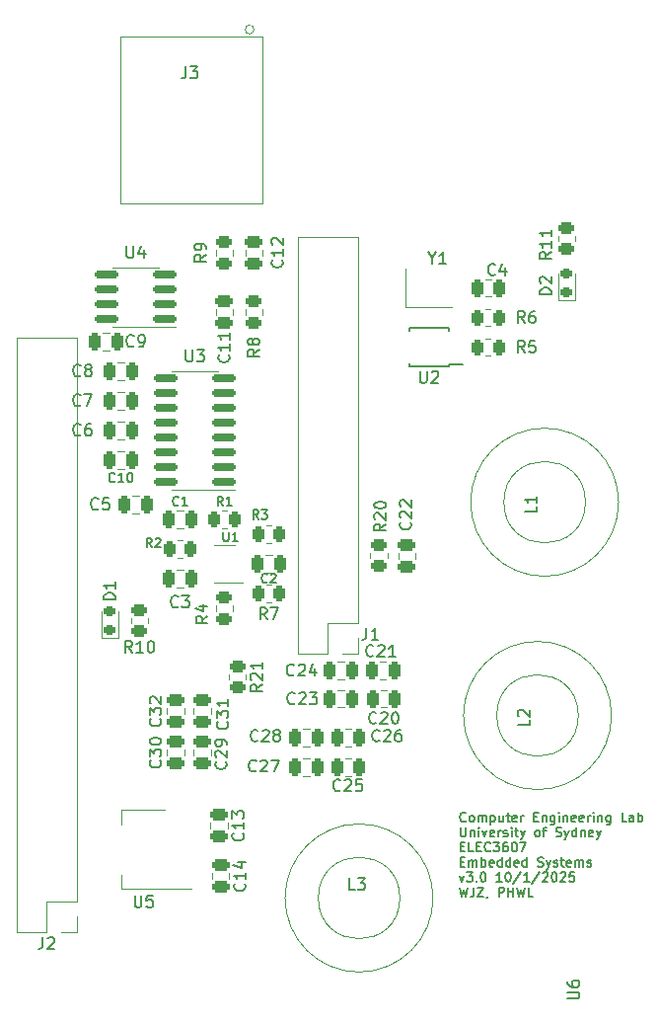
<source format=gto>
G04 #@! TF.GenerationSoftware,KiCad,Pcbnew,(6.0.11)*
G04 #@! TF.CreationDate,2025-01-10T09:31:50+11:00*
G04 #@! TF.ProjectId,bbb,6262622e-6b69-4636-9164-5f7063625858,rev?*
G04 #@! TF.SameCoordinates,Original*
G04 #@! TF.FileFunction,Legend,Top*
G04 #@! TF.FilePolarity,Positive*
%FSLAX46Y46*%
G04 Gerber Fmt 4.6, Leading zero omitted, Abs format (unit mm)*
G04 Created by KiCad (PCBNEW (6.0.11)) date 2025-01-10 09:31:50*
%MOMM*%
%LPD*%
G01*
G04 APERTURE LIST*
G04 Aperture macros list*
%AMRoundRect*
0 Rectangle with rounded corners*
0 $1 Rounding radius*
0 $2 $3 $4 $5 $6 $7 $8 $9 X,Y pos of 4 corners*
0 Add a 4 corners polygon primitive as box body*
4,1,4,$2,$3,$4,$5,$6,$7,$8,$9,$2,$3,0*
0 Add four circle primitives for the rounded corners*
1,1,$1+$1,$2,$3*
1,1,$1+$1,$4,$5*
1,1,$1+$1,$6,$7*
1,1,$1+$1,$8,$9*
0 Add four rect primitives between the rounded corners*
20,1,$1+$1,$2,$3,$4,$5,0*
20,1,$1+$1,$4,$5,$6,$7,0*
20,1,$1+$1,$6,$7,$8,$9,0*
20,1,$1+$1,$8,$9,$2,$3,0*%
G04 Aperture macros list end*
%ADD10C,0.150000*%
%ADD11C,0.050000*%
%ADD12C,0.120000*%
%ADD13C,1.727200*%
%ADD14C,2.006600*%
%ADD15R,1.524000X5.080000*%
%ADD16RoundRect,0.249998X-0.450002X0.262502X-0.450002X-0.262502X0.450002X-0.262502X0.450002X0.262502X0*%
%ADD17RoundRect,0.218750X0.256250X-0.218750X0.256250X0.218750X-0.256250X0.218750X-0.256250X-0.218750X0*%
%ADD18O,1.700000X1.700000*%
%ADD19R,1.700000X1.700000*%
%ADD20RoundRect,0.249998X0.450002X-0.262502X0.450002X0.262502X-0.450002X0.262502X-0.450002X-0.262502X0*%
%ADD21R,1.060000X0.650000*%
%ADD22RoundRect,0.250000X0.250000X0.475000X-0.250000X0.475000X-0.250000X-0.475000X0.250000X-0.475000X0*%
%ADD23R,1.400000X0.300000*%
%ADD24R,1.400000X1.200000*%
%ADD25RoundRect,0.250000X-0.250000X-0.475000X0.250000X-0.475000X0.250000X0.475000X-0.250000X0.475000X0*%
%ADD26RoundRect,0.250000X0.475000X-0.250000X0.475000X0.250000X-0.475000X0.250000X-0.475000X-0.250000X0*%
%ADD27RoundRect,0.250000X-0.475000X0.250000X-0.475000X-0.250000X0.475000X-0.250000X0.475000X0.250000X0*%
%ADD28RoundRect,0.249998X-0.262502X-0.450002X0.262502X-0.450002X0.262502X0.450002X-0.262502X0.450002X0*%
%ADD29RoundRect,0.249998X0.262502X0.450002X-0.262502X0.450002X-0.262502X-0.450002X0.262502X-0.450002X0*%
%ADD30RoundRect,0.150000X0.825000X0.150000X-0.825000X0.150000X-0.825000X-0.150000X0.825000X-0.150000X0*%
%ADD31R,2.290000X3.000000*%
%ADD32RoundRect,0.249999X-0.450001X0.262501X-0.450001X-0.262501X0.450001X-0.262501X0.450001X0.262501X0*%
%ADD33R,2.000000X3.800000*%
%ADD34R,2.000000X1.500000*%
G04 APERTURE END LIST*
D10*
X152192619Y-126732714D02*
X152154523Y-126770809D01*
X152040238Y-126808904D01*
X151964047Y-126808904D01*
X151849761Y-126770809D01*
X151773571Y-126694619D01*
X151735476Y-126618428D01*
X151697380Y-126466047D01*
X151697380Y-126351761D01*
X151735476Y-126199380D01*
X151773571Y-126123190D01*
X151849761Y-126047000D01*
X151964047Y-126008904D01*
X152040238Y-126008904D01*
X152154523Y-126047000D01*
X152192619Y-126085095D01*
X152649761Y-126808904D02*
X152573571Y-126770809D01*
X152535476Y-126732714D01*
X152497380Y-126656523D01*
X152497380Y-126427952D01*
X152535476Y-126351761D01*
X152573571Y-126313666D01*
X152649761Y-126275571D01*
X152764047Y-126275571D01*
X152840238Y-126313666D01*
X152878333Y-126351761D01*
X152916428Y-126427952D01*
X152916428Y-126656523D01*
X152878333Y-126732714D01*
X152840238Y-126770809D01*
X152764047Y-126808904D01*
X152649761Y-126808904D01*
X153259285Y-126808904D02*
X153259285Y-126275571D01*
X153259285Y-126351761D02*
X153297380Y-126313666D01*
X153373571Y-126275571D01*
X153487857Y-126275571D01*
X153564047Y-126313666D01*
X153602142Y-126389857D01*
X153602142Y-126808904D01*
X153602142Y-126389857D02*
X153640238Y-126313666D01*
X153716428Y-126275571D01*
X153830714Y-126275571D01*
X153906904Y-126313666D01*
X153945000Y-126389857D01*
X153945000Y-126808904D01*
X154325952Y-126275571D02*
X154325952Y-127075571D01*
X154325952Y-126313666D02*
X154402142Y-126275571D01*
X154554523Y-126275571D01*
X154630714Y-126313666D01*
X154668809Y-126351761D01*
X154706904Y-126427952D01*
X154706904Y-126656523D01*
X154668809Y-126732714D01*
X154630714Y-126770809D01*
X154554523Y-126808904D01*
X154402142Y-126808904D01*
X154325952Y-126770809D01*
X155392619Y-126275571D02*
X155392619Y-126808904D01*
X155049761Y-126275571D02*
X155049761Y-126694619D01*
X155087857Y-126770809D01*
X155164047Y-126808904D01*
X155278333Y-126808904D01*
X155354523Y-126770809D01*
X155392619Y-126732714D01*
X155659285Y-126275571D02*
X155964047Y-126275571D01*
X155773571Y-126008904D02*
X155773571Y-126694619D01*
X155811666Y-126770809D01*
X155887857Y-126808904D01*
X155964047Y-126808904D01*
X156535476Y-126770809D02*
X156459285Y-126808904D01*
X156306904Y-126808904D01*
X156230714Y-126770809D01*
X156192619Y-126694619D01*
X156192619Y-126389857D01*
X156230714Y-126313666D01*
X156306904Y-126275571D01*
X156459285Y-126275571D01*
X156535476Y-126313666D01*
X156573571Y-126389857D01*
X156573571Y-126466047D01*
X156192619Y-126542238D01*
X156916428Y-126808904D02*
X156916428Y-126275571D01*
X156916428Y-126427952D02*
X156954523Y-126351761D01*
X156992619Y-126313666D01*
X157068809Y-126275571D01*
X157145000Y-126275571D01*
X158021190Y-126389857D02*
X158287857Y-126389857D01*
X158402142Y-126808904D02*
X158021190Y-126808904D01*
X158021190Y-126008904D01*
X158402142Y-126008904D01*
X158745000Y-126275571D02*
X158745000Y-126808904D01*
X158745000Y-126351761D02*
X158783095Y-126313666D01*
X158859285Y-126275571D01*
X158973571Y-126275571D01*
X159049761Y-126313666D01*
X159087857Y-126389857D01*
X159087857Y-126808904D01*
X159811666Y-126275571D02*
X159811666Y-126923190D01*
X159773571Y-126999380D01*
X159735476Y-127037476D01*
X159659285Y-127075571D01*
X159545000Y-127075571D01*
X159468809Y-127037476D01*
X159811666Y-126770809D02*
X159735476Y-126808904D01*
X159583095Y-126808904D01*
X159506904Y-126770809D01*
X159468809Y-126732714D01*
X159430714Y-126656523D01*
X159430714Y-126427952D01*
X159468809Y-126351761D01*
X159506904Y-126313666D01*
X159583095Y-126275571D01*
X159735476Y-126275571D01*
X159811666Y-126313666D01*
X160192619Y-126808904D02*
X160192619Y-126275571D01*
X160192619Y-126008904D02*
X160154523Y-126047000D01*
X160192619Y-126085095D01*
X160230714Y-126047000D01*
X160192619Y-126008904D01*
X160192619Y-126085095D01*
X160573571Y-126275571D02*
X160573571Y-126808904D01*
X160573571Y-126351761D02*
X160611666Y-126313666D01*
X160687857Y-126275571D01*
X160802142Y-126275571D01*
X160878333Y-126313666D01*
X160916428Y-126389857D01*
X160916428Y-126808904D01*
X161602142Y-126770809D02*
X161525952Y-126808904D01*
X161373571Y-126808904D01*
X161297380Y-126770809D01*
X161259285Y-126694619D01*
X161259285Y-126389857D01*
X161297380Y-126313666D01*
X161373571Y-126275571D01*
X161525952Y-126275571D01*
X161602142Y-126313666D01*
X161640238Y-126389857D01*
X161640238Y-126466047D01*
X161259285Y-126542238D01*
X162287857Y-126770809D02*
X162211666Y-126808904D01*
X162059285Y-126808904D01*
X161983095Y-126770809D01*
X161945000Y-126694619D01*
X161945000Y-126389857D01*
X161983095Y-126313666D01*
X162059285Y-126275571D01*
X162211666Y-126275571D01*
X162287857Y-126313666D01*
X162325952Y-126389857D01*
X162325952Y-126466047D01*
X161945000Y-126542238D01*
X162668809Y-126808904D02*
X162668809Y-126275571D01*
X162668809Y-126427952D02*
X162706904Y-126351761D01*
X162745000Y-126313666D01*
X162821190Y-126275571D01*
X162897380Y-126275571D01*
X163164047Y-126808904D02*
X163164047Y-126275571D01*
X163164047Y-126008904D02*
X163125952Y-126047000D01*
X163164047Y-126085095D01*
X163202142Y-126047000D01*
X163164047Y-126008904D01*
X163164047Y-126085095D01*
X163545000Y-126275571D02*
X163545000Y-126808904D01*
X163545000Y-126351761D02*
X163583095Y-126313666D01*
X163659285Y-126275571D01*
X163773571Y-126275571D01*
X163849761Y-126313666D01*
X163887857Y-126389857D01*
X163887857Y-126808904D01*
X164611666Y-126275571D02*
X164611666Y-126923190D01*
X164573571Y-126999380D01*
X164535476Y-127037476D01*
X164459285Y-127075571D01*
X164345000Y-127075571D01*
X164268809Y-127037476D01*
X164611666Y-126770809D02*
X164535476Y-126808904D01*
X164383095Y-126808904D01*
X164306904Y-126770809D01*
X164268809Y-126732714D01*
X164230714Y-126656523D01*
X164230714Y-126427952D01*
X164268809Y-126351761D01*
X164306904Y-126313666D01*
X164383095Y-126275571D01*
X164535476Y-126275571D01*
X164611666Y-126313666D01*
X165983095Y-126808904D02*
X165602142Y-126808904D01*
X165602142Y-126008904D01*
X166592619Y-126808904D02*
X166592619Y-126389857D01*
X166554523Y-126313666D01*
X166478333Y-126275571D01*
X166325952Y-126275571D01*
X166249761Y-126313666D01*
X166592619Y-126770809D02*
X166516428Y-126808904D01*
X166325952Y-126808904D01*
X166249761Y-126770809D01*
X166211666Y-126694619D01*
X166211666Y-126618428D01*
X166249761Y-126542238D01*
X166325952Y-126504142D01*
X166516428Y-126504142D01*
X166592619Y-126466047D01*
X166973571Y-126808904D02*
X166973571Y-126008904D01*
X166973571Y-126313666D02*
X167049761Y-126275571D01*
X167202142Y-126275571D01*
X167278333Y-126313666D01*
X167316428Y-126351761D01*
X167354523Y-126427952D01*
X167354523Y-126656523D01*
X167316428Y-126732714D01*
X167278333Y-126770809D01*
X167202142Y-126808904D01*
X167049761Y-126808904D01*
X166973571Y-126770809D01*
X151735476Y-127296904D02*
X151735476Y-127944523D01*
X151773571Y-128020714D01*
X151811666Y-128058809D01*
X151887857Y-128096904D01*
X152040238Y-128096904D01*
X152116428Y-128058809D01*
X152154523Y-128020714D01*
X152192619Y-127944523D01*
X152192619Y-127296904D01*
X152573571Y-127563571D02*
X152573571Y-128096904D01*
X152573571Y-127639761D02*
X152611666Y-127601666D01*
X152687857Y-127563571D01*
X152802142Y-127563571D01*
X152878333Y-127601666D01*
X152916428Y-127677857D01*
X152916428Y-128096904D01*
X153297380Y-128096904D02*
X153297380Y-127563571D01*
X153297380Y-127296904D02*
X153259285Y-127335000D01*
X153297380Y-127373095D01*
X153335476Y-127335000D01*
X153297380Y-127296904D01*
X153297380Y-127373095D01*
X153602142Y-127563571D02*
X153792619Y-128096904D01*
X153983095Y-127563571D01*
X154592619Y-128058809D02*
X154516428Y-128096904D01*
X154364047Y-128096904D01*
X154287857Y-128058809D01*
X154249761Y-127982619D01*
X154249761Y-127677857D01*
X154287857Y-127601666D01*
X154364047Y-127563571D01*
X154516428Y-127563571D01*
X154592619Y-127601666D01*
X154630714Y-127677857D01*
X154630714Y-127754047D01*
X154249761Y-127830238D01*
X154973571Y-128096904D02*
X154973571Y-127563571D01*
X154973571Y-127715952D02*
X155011666Y-127639761D01*
X155049761Y-127601666D01*
X155125952Y-127563571D01*
X155202142Y-127563571D01*
X155430714Y-128058809D02*
X155506904Y-128096904D01*
X155659285Y-128096904D01*
X155735476Y-128058809D01*
X155773571Y-127982619D01*
X155773571Y-127944523D01*
X155735476Y-127868333D01*
X155659285Y-127830238D01*
X155545000Y-127830238D01*
X155468809Y-127792142D01*
X155430714Y-127715952D01*
X155430714Y-127677857D01*
X155468809Y-127601666D01*
X155545000Y-127563571D01*
X155659285Y-127563571D01*
X155735476Y-127601666D01*
X156116428Y-128096904D02*
X156116428Y-127563571D01*
X156116428Y-127296904D02*
X156078333Y-127335000D01*
X156116428Y-127373095D01*
X156154523Y-127335000D01*
X156116428Y-127296904D01*
X156116428Y-127373095D01*
X156383095Y-127563571D02*
X156687857Y-127563571D01*
X156497380Y-127296904D02*
X156497380Y-127982619D01*
X156535476Y-128058809D01*
X156611666Y-128096904D01*
X156687857Y-128096904D01*
X156878333Y-127563571D02*
X157068809Y-128096904D01*
X157259285Y-127563571D02*
X157068809Y-128096904D01*
X156992619Y-128287380D01*
X156954523Y-128325476D01*
X156878333Y-128363571D01*
X158287857Y-128096904D02*
X158211666Y-128058809D01*
X158173571Y-128020714D01*
X158135476Y-127944523D01*
X158135476Y-127715952D01*
X158173571Y-127639761D01*
X158211666Y-127601666D01*
X158287857Y-127563571D01*
X158402142Y-127563571D01*
X158478333Y-127601666D01*
X158516428Y-127639761D01*
X158554523Y-127715952D01*
X158554523Y-127944523D01*
X158516428Y-128020714D01*
X158478333Y-128058809D01*
X158402142Y-128096904D01*
X158287857Y-128096904D01*
X158783095Y-127563571D02*
X159087857Y-127563571D01*
X158897380Y-128096904D02*
X158897380Y-127411190D01*
X158935476Y-127335000D01*
X159011666Y-127296904D01*
X159087857Y-127296904D01*
X159925952Y-128058809D02*
X160040238Y-128096904D01*
X160230714Y-128096904D01*
X160306904Y-128058809D01*
X160345000Y-128020714D01*
X160383095Y-127944523D01*
X160383095Y-127868333D01*
X160345000Y-127792142D01*
X160306904Y-127754047D01*
X160230714Y-127715952D01*
X160078333Y-127677857D01*
X160002142Y-127639761D01*
X159964047Y-127601666D01*
X159925952Y-127525476D01*
X159925952Y-127449285D01*
X159964047Y-127373095D01*
X160002142Y-127335000D01*
X160078333Y-127296904D01*
X160268809Y-127296904D01*
X160383095Y-127335000D01*
X160649761Y-127563571D02*
X160840238Y-128096904D01*
X161030714Y-127563571D02*
X160840238Y-128096904D01*
X160764047Y-128287380D01*
X160725952Y-128325476D01*
X160649761Y-128363571D01*
X161678333Y-128096904D02*
X161678333Y-127296904D01*
X161678333Y-128058809D02*
X161602142Y-128096904D01*
X161449761Y-128096904D01*
X161373571Y-128058809D01*
X161335476Y-128020714D01*
X161297380Y-127944523D01*
X161297380Y-127715952D01*
X161335476Y-127639761D01*
X161373571Y-127601666D01*
X161449761Y-127563571D01*
X161602142Y-127563571D01*
X161678333Y-127601666D01*
X162059285Y-127563571D02*
X162059285Y-128096904D01*
X162059285Y-127639761D02*
X162097380Y-127601666D01*
X162173571Y-127563571D01*
X162287857Y-127563571D01*
X162364047Y-127601666D01*
X162402142Y-127677857D01*
X162402142Y-128096904D01*
X163087857Y-128058809D02*
X163011666Y-128096904D01*
X162859285Y-128096904D01*
X162783095Y-128058809D01*
X162745000Y-127982619D01*
X162745000Y-127677857D01*
X162783095Y-127601666D01*
X162859285Y-127563571D01*
X163011666Y-127563571D01*
X163087857Y-127601666D01*
X163125952Y-127677857D01*
X163125952Y-127754047D01*
X162745000Y-127830238D01*
X163392619Y-127563571D02*
X163583095Y-128096904D01*
X163773571Y-127563571D02*
X163583095Y-128096904D01*
X163506904Y-128287380D01*
X163468809Y-128325476D01*
X163392619Y-128363571D01*
X151735476Y-128965857D02*
X152002142Y-128965857D01*
X152116428Y-129384904D02*
X151735476Y-129384904D01*
X151735476Y-128584904D01*
X152116428Y-128584904D01*
X152840238Y-129384904D02*
X152459285Y-129384904D01*
X152459285Y-128584904D01*
X153106904Y-128965857D02*
X153373571Y-128965857D01*
X153487857Y-129384904D02*
X153106904Y-129384904D01*
X153106904Y-128584904D01*
X153487857Y-128584904D01*
X154287857Y-129308714D02*
X154249761Y-129346809D01*
X154135476Y-129384904D01*
X154059285Y-129384904D01*
X153945000Y-129346809D01*
X153868809Y-129270619D01*
X153830714Y-129194428D01*
X153792619Y-129042047D01*
X153792619Y-128927761D01*
X153830714Y-128775380D01*
X153868809Y-128699190D01*
X153945000Y-128623000D01*
X154059285Y-128584904D01*
X154135476Y-128584904D01*
X154249761Y-128623000D01*
X154287857Y-128661095D01*
X154554523Y-128584904D02*
X155049761Y-128584904D01*
X154783095Y-128889666D01*
X154897380Y-128889666D01*
X154973571Y-128927761D01*
X155011666Y-128965857D01*
X155049761Y-129042047D01*
X155049761Y-129232523D01*
X155011666Y-129308714D01*
X154973571Y-129346809D01*
X154897380Y-129384904D01*
X154668809Y-129384904D01*
X154592619Y-129346809D01*
X154554523Y-129308714D01*
X155735476Y-128584904D02*
X155583095Y-128584904D01*
X155506904Y-128623000D01*
X155468809Y-128661095D01*
X155392619Y-128775380D01*
X155354523Y-128927761D01*
X155354523Y-129232523D01*
X155392619Y-129308714D01*
X155430714Y-129346809D01*
X155506904Y-129384904D01*
X155659285Y-129384904D01*
X155735476Y-129346809D01*
X155773571Y-129308714D01*
X155811666Y-129232523D01*
X155811666Y-129042047D01*
X155773571Y-128965857D01*
X155735476Y-128927761D01*
X155659285Y-128889666D01*
X155506904Y-128889666D01*
X155430714Y-128927761D01*
X155392619Y-128965857D01*
X155354523Y-129042047D01*
X156306904Y-128584904D02*
X156383095Y-128584904D01*
X156459285Y-128623000D01*
X156497380Y-128661095D01*
X156535476Y-128737285D01*
X156573571Y-128889666D01*
X156573571Y-129080142D01*
X156535476Y-129232523D01*
X156497380Y-129308714D01*
X156459285Y-129346809D01*
X156383095Y-129384904D01*
X156306904Y-129384904D01*
X156230714Y-129346809D01*
X156192619Y-129308714D01*
X156154523Y-129232523D01*
X156116428Y-129080142D01*
X156116428Y-128889666D01*
X156154523Y-128737285D01*
X156192619Y-128661095D01*
X156230714Y-128623000D01*
X156306904Y-128584904D01*
X156840238Y-128584904D02*
X157373571Y-128584904D01*
X157030714Y-129384904D01*
X151735476Y-130253857D02*
X152002142Y-130253857D01*
X152116428Y-130672904D02*
X151735476Y-130672904D01*
X151735476Y-129872904D01*
X152116428Y-129872904D01*
X152459285Y-130672904D02*
X152459285Y-130139571D01*
X152459285Y-130215761D02*
X152497380Y-130177666D01*
X152573571Y-130139571D01*
X152687857Y-130139571D01*
X152764047Y-130177666D01*
X152802142Y-130253857D01*
X152802142Y-130672904D01*
X152802142Y-130253857D02*
X152840238Y-130177666D01*
X152916428Y-130139571D01*
X153030714Y-130139571D01*
X153106904Y-130177666D01*
X153145000Y-130253857D01*
X153145000Y-130672904D01*
X153525952Y-130672904D02*
X153525952Y-129872904D01*
X153525952Y-130177666D02*
X153602142Y-130139571D01*
X153754523Y-130139571D01*
X153830714Y-130177666D01*
X153868809Y-130215761D01*
X153906904Y-130291952D01*
X153906904Y-130520523D01*
X153868809Y-130596714D01*
X153830714Y-130634809D01*
X153754523Y-130672904D01*
X153602142Y-130672904D01*
X153525952Y-130634809D01*
X154554523Y-130634809D02*
X154478333Y-130672904D01*
X154325952Y-130672904D01*
X154249761Y-130634809D01*
X154211666Y-130558619D01*
X154211666Y-130253857D01*
X154249761Y-130177666D01*
X154325952Y-130139571D01*
X154478333Y-130139571D01*
X154554523Y-130177666D01*
X154592619Y-130253857D01*
X154592619Y-130330047D01*
X154211666Y-130406238D01*
X155278333Y-130672904D02*
X155278333Y-129872904D01*
X155278333Y-130634809D02*
X155202142Y-130672904D01*
X155049761Y-130672904D01*
X154973571Y-130634809D01*
X154935476Y-130596714D01*
X154897380Y-130520523D01*
X154897380Y-130291952D01*
X154935476Y-130215761D01*
X154973571Y-130177666D01*
X155049761Y-130139571D01*
X155202142Y-130139571D01*
X155278333Y-130177666D01*
X156002142Y-130672904D02*
X156002142Y-129872904D01*
X156002142Y-130634809D02*
X155925952Y-130672904D01*
X155773571Y-130672904D01*
X155697380Y-130634809D01*
X155659285Y-130596714D01*
X155621190Y-130520523D01*
X155621190Y-130291952D01*
X155659285Y-130215761D01*
X155697380Y-130177666D01*
X155773571Y-130139571D01*
X155925952Y-130139571D01*
X156002142Y-130177666D01*
X156687857Y-130634809D02*
X156611666Y-130672904D01*
X156459285Y-130672904D01*
X156383095Y-130634809D01*
X156345000Y-130558619D01*
X156345000Y-130253857D01*
X156383095Y-130177666D01*
X156459285Y-130139571D01*
X156611666Y-130139571D01*
X156687857Y-130177666D01*
X156725952Y-130253857D01*
X156725952Y-130330047D01*
X156345000Y-130406238D01*
X157411666Y-130672904D02*
X157411666Y-129872904D01*
X157411666Y-130634809D02*
X157335476Y-130672904D01*
X157183095Y-130672904D01*
X157106904Y-130634809D01*
X157068809Y-130596714D01*
X157030714Y-130520523D01*
X157030714Y-130291952D01*
X157068809Y-130215761D01*
X157106904Y-130177666D01*
X157183095Y-130139571D01*
X157335476Y-130139571D01*
X157411666Y-130177666D01*
X158364047Y-130634809D02*
X158478333Y-130672904D01*
X158668809Y-130672904D01*
X158745000Y-130634809D01*
X158783095Y-130596714D01*
X158821190Y-130520523D01*
X158821190Y-130444333D01*
X158783095Y-130368142D01*
X158745000Y-130330047D01*
X158668809Y-130291952D01*
X158516428Y-130253857D01*
X158440238Y-130215761D01*
X158402142Y-130177666D01*
X158364047Y-130101476D01*
X158364047Y-130025285D01*
X158402142Y-129949095D01*
X158440238Y-129911000D01*
X158516428Y-129872904D01*
X158706904Y-129872904D01*
X158821190Y-129911000D01*
X159087857Y-130139571D02*
X159278333Y-130672904D01*
X159468809Y-130139571D02*
X159278333Y-130672904D01*
X159202142Y-130863380D01*
X159164047Y-130901476D01*
X159087857Y-130939571D01*
X159735476Y-130634809D02*
X159811666Y-130672904D01*
X159964047Y-130672904D01*
X160040238Y-130634809D01*
X160078333Y-130558619D01*
X160078333Y-130520523D01*
X160040238Y-130444333D01*
X159964047Y-130406238D01*
X159849761Y-130406238D01*
X159773571Y-130368142D01*
X159735476Y-130291952D01*
X159735476Y-130253857D01*
X159773571Y-130177666D01*
X159849761Y-130139571D01*
X159964047Y-130139571D01*
X160040238Y-130177666D01*
X160306904Y-130139571D02*
X160611666Y-130139571D01*
X160421190Y-129872904D02*
X160421190Y-130558619D01*
X160459285Y-130634809D01*
X160535476Y-130672904D01*
X160611666Y-130672904D01*
X161183095Y-130634809D02*
X161106904Y-130672904D01*
X160954523Y-130672904D01*
X160878333Y-130634809D01*
X160840238Y-130558619D01*
X160840238Y-130253857D01*
X160878333Y-130177666D01*
X160954523Y-130139571D01*
X161106904Y-130139571D01*
X161183095Y-130177666D01*
X161221190Y-130253857D01*
X161221190Y-130330047D01*
X160840238Y-130406238D01*
X161564047Y-130672904D02*
X161564047Y-130139571D01*
X161564047Y-130215761D02*
X161602142Y-130177666D01*
X161678333Y-130139571D01*
X161792619Y-130139571D01*
X161868809Y-130177666D01*
X161906904Y-130253857D01*
X161906904Y-130672904D01*
X161906904Y-130253857D02*
X161945000Y-130177666D01*
X162021190Y-130139571D01*
X162135476Y-130139571D01*
X162211666Y-130177666D01*
X162249761Y-130253857D01*
X162249761Y-130672904D01*
X162592619Y-130634809D02*
X162668809Y-130672904D01*
X162821190Y-130672904D01*
X162897380Y-130634809D01*
X162935476Y-130558619D01*
X162935476Y-130520523D01*
X162897380Y-130444333D01*
X162821190Y-130406238D01*
X162706904Y-130406238D01*
X162630714Y-130368142D01*
X162592619Y-130291952D01*
X162592619Y-130253857D01*
X162630714Y-130177666D01*
X162706904Y-130139571D01*
X162821190Y-130139571D01*
X162897380Y-130177666D01*
X151659285Y-131427571D02*
X151849761Y-131960904D01*
X152040238Y-131427571D01*
X152268809Y-131160904D02*
X152764047Y-131160904D01*
X152497380Y-131465666D01*
X152611666Y-131465666D01*
X152687857Y-131503761D01*
X152725952Y-131541857D01*
X152764047Y-131618047D01*
X152764047Y-131808523D01*
X152725952Y-131884714D01*
X152687857Y-131922809D01*
X152611666Y-131960904D01*
X152383095Y-131960904D01*
X152306904Y-131922809D01*
X152268809Y-131884714D01*
X153106904Y-131884714D02*
X153145000Y-131922809D01*
X153106904Y-131960904D01*
X153068809Y-131922809D01*
X153106904Y-131884714D01*
X153106904Y-131960904D01*
X153640238Y-131160904D02*
X153716428Y-131160904D01*
X153792619Y-131199000D01*
X153830714Y-131237095D01*
X153868809Y-131313285D01*
X153906904Y-131465666D01*
X153906904Y-131656142D01*
X153868809Y-131808523D01*
X153830714Y-131884714D01*
X153792619Y-131922809D01*
X153716428Y-131960904D01*
X153640238Y-131960904D01*
X153564047Y-131922809D01*
X153525952Y-131884714D01*
X153487857Y-131808523D01*
X153449761Y-131656142D01*
X153449761Y-131465666D01*
X153487857Y-131313285D01*
X153525952Y-131237095D01*
X153564047Y-131199000D01*
X153640238Y-131160904D01*
X155278333Y-131960904D02*
X154821190Y-131960904D01*
X155049761Y-131960904D02*
X155049761Y-131160904D01*
X154973571Y-131275190D01*
X154897380Y-131351380D01*
X154821190Y-131389476D01*
X155773571Y-131160904D02*
X155849761Y-131160904D01*
X155925952Y-131199000D01*
X155964047Y-131237095D01*
X156002142Y-131313285D01*
X156040238Y-131465666D01*
X156040238Y-131656142D01*
X156002142Y-131808523D01*
X155964047Y-131884714D01*
X155925952Y-131922809D01*
X155849761Y-131960904D01*
X155773571Y-131960904D01*
X155697380Y-131922809D01*
X155659285Y-131884714D01*
X155621190Y-131808523D01*
X155583095Y-131656142D01*
X155583095Y-131465666D01*
X155621190Y-131313285D01*
X155659285Y-131237095D01*
X155697380Y-131199000D01*
X155773571Y-131160904D01*
X156954523Y-131122809D02*
X156268809Y-132151380D01*
X157640238Y-131960904D02*
X157183095Y-131960904D01*
X157411666Y-131960904D02*
X157411666Y-131160904D01*
X157335476Y-131275190D01*
X157259285Y-131351380D01*
X157183095Y-131389476D01*
X158554523Y-131122809D02*
X157868809Y-132151380D01*
X158783095Y-131237095D02*
X158821190Y-131199000D01*
X158897380Y-131160904D01*
X159087857Y-131160904D01*
X159164047Y-131199000D01*
X159202142Y-131237095D01*
X159240238Y-131313285D01*
X159240238Y-131389476D01*
X159202142Y-131503761D01*
X158745000Y-131960904D01*
X159240238Y-131960904D01*
X159735476Y-131160904D02*
X159811666Y-131160904D01*
X159887857Y-131199000D01*
X159925952Y-131237095D01*
X159964047Y-131313285D01*
X160002142Y-131465666D01*
X160002142Y-131656142D01*
X159964047Y-131808523D01*
X159925952Y-131884714D01*
X159887857Y-131922809D01*
X159811666Y-131960904D01*
X159735476Y-131960904D01*
X159659285Y-131922809D01*
X159621190Y-131884714D01*
X159583095Y-131808523D01*
X159545000Y-131656142D01*
X159545000Y-131465666D01*
X159583095Y-131313285D01*
X159621190Y-131237095D01*
X159659285Y-131199000D01*
X159735476Y-131160904D01*
X160306904Y-131237095D02*
X160345000Y-131199000D01*
X160421190Y-131160904D01*
X160611666Y-131160904D01*
X160687857Y-131199000D01*
X160725952Y-131237095D01*
X160764047Y-131313285D01*
X160764047Y-131389476D01*
X160725952Y-131503761D01*
X160268809Y-131960904D01*
X160764047Y-131960904D01*
X161487857Y-131160904D02*
X161106904Y-131160904D01*
X161068809Y-131541857D01*
X161106904Y-131503761D01*
X161183095Y-131465666D01*
X161373571Y-131465666D01*
X161449761Y-131503761D01*
X161487857Y-131541857D01*
X161525952Y-131618047D01*
X161525952Y-131808523D01*
X161487857Y-131884714D01*
X161449761Y-131922809D01*
X161373571Y-131960904D01*
X161183095Y-131960904D01*
X161106904Y-131922809D01*
X161068809Y-131884714D01*
X151659285Y-132448904D02*
X151849761Y-133248904D01*
X152002142Y-132677476D01*
X152154523Y-133248904D01*
X152345000Y-132448904D01*
X152878333Y-132448904D02*
X152878333Y-133020333D01*
X152840238Y-133134619D01*
X152764047Y-133210809D01*
X152649761Y-133248904D01*
X152573571Y-133248904D01*
X153183095Y-132448904D02*
X153716428Y-132448904D01*
X153183095Y-133248904D01*
X153716428Y-133248904D01*
X154059285Y-133210809D02*
X154059285Y-133248904D01*
X154021190Y-133325095D01*
X153983095Y-133363190D01*
X155011666Y-133248904D02*
X155011666Y-132448904D01*
X155316428Y-132448904D01*
X155392619Y-132487000D01*
X155430714Y-132525095D01*
X155468809Y-132601285D01*
X155468809Y-132715571D01*
X155430714Y-132791761D01*
X155392619Y-132829857D01*
X155316428Y-132867952D01*
X155011666Y-132867952D01*
X155811666Y-133248904D02*
X155811666Y-132448904D01*
X155811666Y-132829857D02*
X156268809Y-132829857D01*
X156268809Y-133248904D02*
X156268809Y-132448904D01*
X156573571Y-132448904D02*
X156764047Y-133248904D01*
X156916428Y-132677476D01*
X157068809Y-133248904D01*
X157259285Y-132448904D01*
X157945000Y-133248904D02*
X157564047Y-133248904D01*
X157564047Y-132448904D01*
X142682933Y-132672080D02*
X142206742Y-132672080D01*
X142206742Y-131672080D01*
X142921028Y-131672080D02*
X143540076Y-131672080D01*
X143206742Y-132053033D01*
X143349600Y-132053033D01*
X143444838Y-132100652D01*
X143492457Y-132148271D01*
X143540076Y-132243509D01*
X143540076Y-132481604D01*
X143492457Y-132576842D01*
X143444838Y-132624461D01*
X143349600Y-132672080D01*
X143063885Y-132672080D01*
X142968647Y-132624461D01*
X142921028Y-132576842D01*
X158262580Y-99772766D02*
X158262580Y-100248957D01*
X157262580Y-100248957D01*
X158262580Y-98915623D02*
X158262580Y-99487052D01*
X158262580Y-99201338D02*
X157262580Y-99201338D01*
X157405438Y-99296576D01*
X157500676Y-99391814D01*
X157548295Y-99487052D01*
X157652980Y-118060766D02*
X157652980Y-118536957D01*
X156652980Y-118536957D01*
X156748219Y-117775052D02*
X156700600Y-117727433D01*
X156652980Y-117632195D01*
X156652980Y-117394100D01*
X156700600Y-117298861D01*
X156748219Y-117251242D01*
X156843457Y-117203623D01*
X156938695Y-117203623D01*
X157081552Y-117251242D01*
X157652980Y-117822671D01*
X157652980Y-117203623D01*
X128152566Y-62076080D02*
X128152566Y-62790366D01*
X128104947Y-62933223D01*
X128009709Y-63028461D01*
X127866852Y-63076080D01*
X127771614Y-63076080D01*
X128533519Y-62076080D02*
X129152566Y-62076080D01*
X128819233Y-62457033D01*
X128962090Y-62457033D01*
X129057328Y-62504652D01*
X129104947Y-62552271D01*
X129152566Y-62647509D01*
X129152566Y-62885604D01*
X129104947Y-62980842D01*
X129057328Y-63028461D01*
X128962090Y-63076080D01*
X128676376Y-63076080D01*
X128581138Y-63028461D01*
X128533519Y-62980842D01*
X160927580Y-142002104D02*
X161737104Y-142002104D01*
X161832342Y-141954485D01*
X161879961Y-141906866D01*
X161927580Y-141811628D01*
X161927580Y-141621152D01*
X161879961Y-141525914D01*
X161832342Y-141478295D01*
X161737104Y-141430676D01*
X160927580Y-141430676D01*
X160927580Y-140525914D02*
X160927580Y-140716390D01*
X160975200Y-140811628D01*
X161022819Y-140859247D01*
X161165676Y-140954485D01*
X161356152Y-141002104D01*
X161737104Y-141002104D01*
X161832342Y-140954485D01*
X161879961Y-140906866D01*
X161927580Y-140811628D01*
X161927580Y-140621152D01*
X161879961Y-140525914D01*
X161832342Y-140478295D01*
X161737104Y-140430676D01*
X161499009Y-140430676D01*
X161403771Y-140478295D01*
X161356152Y-140525914D01*
X161308533Y-140621152D01*
X161308533Y-140811628D01*
X161356152Y-140906866D01*
X161403771Y-140954485D01*
X161499009Y-141002104D01*
X159519880Y-77960457D02*
X159043690Y-78293790D01*
X159519880Y-78531885D02*
X158519880Y-78531885D01*
X158519880Y-78150933D01*
X158567500Y-78055695D01*
X158615119Y-78008076D01*
X158710357Y-77960457D01*
X158853214Y-77960457D01*
X158948452Y-78008076D01*
X158996071Y-78055695D01*
X159043690Y-78150933D01*
X159043690Y-78531885D01*
X159519880Y-77008076D02*
X159519880Y-77579504D01*
X159519880Y-77293790D02*
X158519880Y-77293790D01*
X158662738Y-77389028D01*
X158757976Y-77484266D01*
X158805595Y-77579504D01*
X159519880Y-76055695D02*
X159519880Y-76627123D01*
X159519880Y-76341409D02*
X158519880Y-76341409D01*
X158662738Y-76436647D01*
X158757976Y-76531885D01*
X158805595Y-76627123D01*
X159519880Y-81611695D02*
X158519880Y-81611695D01*
X158519880Y-81373600D01*
X158567500Y-81230742D01*
X158662738Y-81135504D01*
X158757976Y-81087885D01*
X158948452Y-81040266D01*
X159091309Y-81040266D01*
X159281785Y-81087885D01*
X159377023Y-81135504D01*
X159472261Y-81230742D01*
X159519880Y-81373600D01*
X159519880Y-81611695D01*
X158615119Y-80659314D02*
X158567500Y-80611695D01*
X158519880Y-80516457D01*
X158519880Y-80278361D01*
X158567500Y-80183123D01*
X158615119Y-80135504D01*
X158710357Y-80087885D01*
X158805595Y-80087885D01*
X158948452Y-80135504D01*
X159519880Y-80706933D01*
X159519880Y-80087885D01*
X115884366Y-136732580D02*
X115884366Y-137446866D01*
X115836747Y-137589723D01*
X115741509Y-137684961D01*
X115598652Y-137732580D01*
X115503414Y-137732580D01*
X116312938Y-136827819D02*
X116360557Y-136780200D01*
X116455795Y-136732580D01*
X116693890Y-136732580D01*
X116789128Y-136780200D01*
X116836747Y-136827819D01*
X116884366Y-136923057D01*
X116884366Y-137018295D01*
X116836747Y-137161152D01*
X116265319Y-137732580D01*
X116884366Y-137732580D01*
X123537742Y-112313980D02*
X123204409Y-111837790D01*
X122966314Y-112313980D02*
X122966314Y-111313980D01*
X123347266Y-111313980D01*
X123442504Y-111361600D01*
X123490123Y-111409219D01*
X123537742Y-111504457D01*
X123537742Y-111647314D01*
X123490123Y-111742552D01*
X123442504Y-111790171D01*
X123347266Y-111837790D01*
X122966314Y-111837790D01*
X124490123Y-112313980D02*
X123918695Y-112313980D01*
X124204409Y-112313980D02*
X124204409Y-111313980D01*
X124109171Y-111456838D01*
X124013933Y-111552076D01*
X123918695Y-111599695D01*
X125109171Y-111313980D02*
X125204409Y-111313980D01*
X125299647Y-111361600D01*
X125347266Y-111409219D01*
X125394885Y-111504457D01*
X125442504Y-111694933D01*
X125442504Y-111933028D01*
X125394885Y-112123504D01*
X125347266Y-112218742D01*
X125299647Y-112266361D01*
X125204409Y-112313980D01*
X125109171Y-112313980D01*
X125013933Y-112266361D01*
X124966314Y-112218742D01*
X124918695Y-112123504D01*
X124871076Y-111933028D01*
X124871076Y-111694933D01*
X124918695Y-111504457D01*
X124966314Y-111409219D01*
X125013933Y-111361600D01*
X125109171Y-111313980D01*
X122092980Y-107773695D02*
X121092980Y-107773695D01*
X121092980Y-107535600D01*
X121140600Y-107392742D01*
X121235838Y-107297504D01*
X121331076Y-107249885D01*
X121521552Y-107202266D01*
X121664409Y-107202266D01*
X121854885Y-107249885D01*
X121950123Y-107297504D01*
X122045361Y-107392742D01*
X122092980Y-107535600D01*
X122092980Y-107773695D01*
X122092980Y-106249885D02*
X122092980Y-106821314D01*
X122092980Y-106535600D02*
X121092980Y-106535600D01*
X121235838Y-106630838D01*
X121331076Y-106726076D01*
X121378695Y-106821314D01*
X131368876Y-101974704D02*
X131368876Y-102622323D01*
X131406971Y-102698514D01*
X131445066Y-102736609D01*
X131521257Y-102774704D01*
X131673638Y-102774704D01*
X131749828Y-102736609D01*
X131787923Y-102698514D01*
X131826019Y-102622323D01*
X131826019Y-101974704D01*
X132626019Y-102774704D02*
X132168876Y-102774704D01*
X132397447Y-102774704D02*
X132397447Y-101974704D01*
X132321257Y-102088990D01*
X132245066Y-102165180D01*
X132168876Y-102203276D01*
X135147066Y-106254514D02*
X135108971Y-106292609D01*
X134994685Y-106330704D01*
X134918495Y-106330704D01*
X134804209Y-106292609D01*
X134728019Y-106216419D01*
X134689923Y-106140228D01*
X134651828Y-105987847D01*
X134651828Y-105873561D01*
X134689923Y-105721180D01*
X134728019Y-105644990D01*
X134804209Y-105568800D01*
X134918495Y-105530704D01*
X134994685Y-105530704D01*
X135108971Y-105568800D01*
X135147066Y-105606895D01*
X135451828Y-105606895D02*
X135489923Y-105568800D01*
X135566114Y-105530704D01*
X135756590Y-105530704D01*
X135832780Y-105568800D01*
X135870876Y-105606895D01*
X135908971Y-105683085D01*
X135908971Y-105759276D01*
X135870876Y-105873561D01*
X135413733Y-106330704D01*
X135908971Y-106330704D01*
X127527066Y-99650514D02*
X127488971Y-99688609D01*
X127374685Y-99726704D01*
X127298495Y-99726704D01*
X127184209Y-99688609D01*
X127108019Y-99612419D01*
X127069923Y-99536228D01*
X127031828Y-99383847D01*
X127031828Y-99269561D01*
X127069923Y-99117180D01*
X127108019Y-99040990D01*
X127184209Y-98964800D01*
X127298495Y-98926704D01*
X127374685Y-98926704D01*
X127488971Y-98964800D01*
X127527066Y-99002895D01*
X128288971Y-99726704D02*
X127831828Y-99726704D01*
X128060400Y-99726704D02*
X128060400Y-98926704D01*
X127984209Y-99040990D01*
X127908019Y-99117180D01*
X127831828Y-99155276D01*
X148259895Y-88196480D02*
X148259895Y-89006004D01*
X148307514Y-89101242D01*
X148355133Y-89148861D01*
X148450371Y-89196480D01*
X148640847Y-89196480D01*
X148736085Y-89148861D01*
X148783704Y-89101242D01*
X148831323Y-89006004D01*
X148831323Y-88196480D01*
X149259895Y-88291719D02*
X149307514Y-88244100D01*
X149402752Y-88196480D01*
X149640847Y-88196480D01*
X149736085Y-88244100D01*
X149783704Y-88291719D01*
X149831323Y-88386957D01*
X149831323Y-88482195D01*
X149783704Y-88625052D01*
X149212276Y-89196480D01*
X149831323Y-89196480D01*
X149307609Y-78500290D02*
X149307609Y-78976480D01*
X148974276Y-77976480D02*
X149307609Y-78500290D01*
X149640942Y-77976480D01*
X150498085Y-78976480D02*
X149926657Y-78976480D01*
X150212371Y-78976480D02*
X150212371Y-77976480D01*
X150117133Y-78119338D01*
X150021895Y-78214576D01*
X149926657Y-78262195D01*
X127493733Y-108357942D02*
X127446114Y-108405561D01*
X127303257Y-108453180D01*
X127208019Y-108453180D01*
X127065161Y-108405561D01*
X126969923Y-108310323D01*
X126922304Y-108215085D01*
X126874685Y-108024609D01*
X126874685Y-107881752D01*
X126922304Y-107691276D01*
X126969923Y-107596038D01*
X127065161Y-107500800D01*
X127208019Y-107453180D01*
X127303257Y-107453180D01*
X127446114Y-107500800D01*
X127493733Y-107548419D01*
X127827066Y-107453180D02*
X128446114Y-107453180D01*
X128112780Y-107834133D01*
X128255638Y-107834133D01*
X128350876Y-107881752D01*
X128398495Y-107929371D01*
X128446114Y-108024609D01*
X128446114Y-108262704D01*
X128398495Y-108357942D01*
X128350876Y-108405561D01*
X128255638Y-108453180D01*
X127969923Y-108453180D01*
X127874685Y-108405561D01*
X127827066Y-108357942D01*
X154697133Y-79897242D02*
X154649514Y-79944861D01*
X154506657Y-79992480D01*
X154411419Y-79992480D01*
X154268561Y-79944861D01*
X154173323Y-79849623D01*
X154125704Y-79754385D01*
X154078085Y-79563909D01*
X154078085Y-79421052D01*
X154125704Y-79230576D01*
X154173323Y-79135338D01*
X154268561Y-79040100D01*
X154411419Y-78992480D01*
X154506657Y-78992480D01*
X154649514Y-79040100D01*
X154697133Y-79087719D01*
X155554276Y-79325814D02*
X155554276Y-79992480D01*
X155316180Y-78944861D02*
X155078085Y-79659147D01*
X155697133Y-79659147D01*
X120635733Y-99975942D02*
X120588114Y-100023561D01*
X120445257Y-100071180D01*
X120350019Y-100071180D01*
X120207161Y-100023561D01*
X120111923Y-99928323D01*
X120064304Y-99833085D01*
X120016685Y-99642609D01*
X120016685Y-99499752D01*
X120064304Y-99309276D01*
X120111923Y-99214038D01*
X120207161Y-99118800D01*
X120350019Y-99071180D01*
X120445257Y-99071180D01*
X120588114Y-99118800D01*
X120635733Y-99166419D01*
X121540495Y-99071180D02*
X121064304Y-99071180D01*
X121016685Y-99547371D01*
X121064304Y-99499752D01*
X121159542Y-99452133D01*
X121397638Y-99452133D01*
X121492876Y-99499752D01*
X121540495Y-99547371D01*
X121588114Y-99642609D01*
X121588114Y-99880704D01*
X121540495Y-99975942D01*
X121492876Y-100023561D01*
X121397638Y-100071180D01*
X121159542Y-100071180D01*
X121064304Y-100023561D01*
X121016685Y-99975942D01*
X119111733Y-93625942D02*
X119064114Y-93673561D01*
X118921257Y-93721180D01*
X118826019Y-93721180D01*
X118683161Y-93673561D01*
X118587923Y-93578323D01*
X118540304Y-93483085D01*
X118492685Y-93292609D01*
X118492685Y-93149752D01*
X118540304Y-92959276D01*
X118587923Y-92864038D01*
X118683161Y-92768800D01*
X118826019Y-92721180D01*
X118921257Y-92721180D01*
X119064114Y-92768800D01*
X119111733Y-92816419D01*
X119968876Y-92721180D02*
X119778400Y-92721180D01*
X119683161Y-92768800D01*
X119635542Y-92816419D01*
X119540304Y-92959276D01*
X119492685Y-93149752D01*
X119492685Y-93530704D01*
X119540304Y-93625942D01*
X119587923Y-93673561D01*
X119683161Y-93721180D01*
X119873638Y-93721180D01*
X119968876Y-93673561D01*
X120016495Y-93625942D01*
X120064114Y-93530704D01*
X120064114Y-93292609D01*
X120016495Y-93197371D01*
X119968876Y-93149752D01*
X119873638Y-93102133D01*
X119683161Y-93102133D01*
X119587923Y-93149752D01*
X119540304Y-93197371D01*
X119492685Y-93292609D01*
X119111733Y-91085942D02*
X119064114Y-91133561D01*
X118921257Y-91181180D01*
X118826019Y-91181180D01*
X118683161Y-91133561D01*
X118587923Y-91038323D01*
X118540304Y-90943085D01*
X118492685Y-90752609D01*
X118492685Y-90609752D01*
X118540304Y-90419276D01*
X118587923Y-90324038D01*
X118683161Y-90228800D01*
X118826019Y-90181180D01*
X118921257Y-90181180D01*
X119064114Y-90228800D01*
X119111733Y-90276419D01*
X119445066Y-90181180D02*
X120111733Y-90181180D01*
X119683161Y-91181180D01*
X119111733Y-88545942D02*
X119064114Y-88593561D01*
X118921257Y-88641180D01*
X118826019Y-88641180D01*
X118683161Y-88593561D01*
X118587923Y-88498323D01*
X118540304Y-88403085D01*
X118492685Y-88212609D01*
X118492685Y-88069752D01*
X118540304Y-87879276D01*
X118587923Y-87784038D01*
X118683161Y-87688800D01*
X118826019Y-87641180D01*
X118921257Y-87641180D01*
X119064114Y-87688800D01*
X119111733Y-87736419D01*
X119683161Y-88069752D02*
X119587923Y-88022133D01*
X119540304Y-87974514D01*
X119492685Y-87879276D01*
X119492685Y-87831657D01*
X119540304Y-87736419D01*
X119587923Y-87688800D01*
X119683161Y-87641180D01*
X119873638Y-87641180D01*
X119968876Y-87688800D01*
X120016495Y-87736419D01*
X120064114Y-87831657D01*
X120064114Y-87879276D01*
X120016495Y-87974514D01*
X119968876Y-88022133D01*
X119873638Y-88069752D01*
X119683161Y-88069752D01*
X119587923Y-88117371D01*
X119540304Y-88164990D01*
X119492685Y-88260228D01*
X119492685Y-88450704D01*
X119540304Y-88545942D01*
X119587923Y-88593561D01*
X119683161Y-88641180D01*
X119873638Y-88641180D01*
X119968876Y-88593561D01*
X120016495Y-88545942D01*
X120064114Y-88450704D01*
X120064114Y-88260228D01*
X120016495Y-88164990D01*
X119968876Y-88117371D01*
X119873638Y-88069752D01*
X123683733Y-86005942D02*
X123636114Y-86053561D01*
X123493257Y-86101180D01*
X123398019Y-86101180D01*
X123255161Y-86053561D01*
X123159923Y-85958323D01*
X123112304Y-85863085D01*
X123064685Y-85672609D01*
X123064685Y-85529752D01*
X123112304Y-85339276D01*
X123159923Y-85244038D01*
X123255161Y-85148800D01*
X123398019Y-85101180D01*
X123493257Y-85101180D01*
X123636114Y-85148800D01*
X123683733Y-85196419D01*
X124159923Y-86101180D02*
X124350400Y-86101180D01*
X124445638Y-86053561D01*
X124493257Y-86005942D01*
X124588495Y-85863085D01*
X124636114Y-85672609D01*
X124636114Y-85291657D01*
X124588495Y-85196419D01*
X124540876Y-85148800D01*
X124445638Y-85101180D01*
X124255161Y-85101180D01*
X124159923Y-85148800D01*
X124112304Y-85196419D01*
X124064685Y-85291657D01*
X124064685Y-85529752D01*
X124112304Y-85624990D01*
X124159923Y-85672609D01*
X124255161Y-85720228D01*
X124445638Y-85720228D01*
X124540876Y-85672609D01*
X124588495Y-85624990D01*
X124636114Y-85529752D01*
X122066114Y-97618514D02*
X122028019Y-97656609D01*
X121913733Y-97694704D01*
X121837542Y-97694704D01*
X121723257Y-97656609D01*
X121647066Y-97580419D01*
X121608971Y-97504228D01*
X121570876Y-97351847D01*
X121570876Y-97237561D01*
X121608971Y-97085180D01*
X121647066Y-97008990D01*
X121723257Y-96932800D01*
X121837542Y-96894704D01*
X121913733Y-96894704D01*
X122028019Y-96932800D01*
X122066114Y-96970895D01*
X122828019Y-97694704D02*
X122370876Y-97694704D01*
X122599447Y-97694704D02*
X122599447Y-96894704D01*
X122523257Y-97008990D01*
X122447066Y-97085180D01*
X122370876Y-97123276D01*
X123323257Y-96894704D02*
X123399447Y-96894704D01*
X123475638Y-96932800D01*
X123513733Y-96970895D01*
X123551828Y-97047085D01*
X123589923Y-97199466D01*
X123589923Y-97389942D01*
X123551828Y-97542323D01*
X123513733Y-97618514D01*
X123475638Y-97656609D01*
X123399447Y-97694704D01*
X123323257Y-97694704D01*
X123247066Y-97656609D01*
X123208971Y-97618514D01*
X123170876Y-97542323D01*
X123132780Y-97389942D01*
X123132780Y-97199466D01*
X123170876Y-97047085D01*
X123208971Y-96970895D01*
X123247066Y-96932800D01*
X123323257Y-96894704D01*
X131827542Y-86799657D02*
X131875161Y-86847276D01*
X131922780Y-86990133D01*
X131922780Y-87085371D01*
X131875161Y-87228228D01*
X131779923Y-87323466D01*
X131684685Y-87371085D01*
X131494209Y-87418704D01*
X131351352Y-87418704D01*
X131160876Y-87371085D01*
X131065638Y-87323466D01*
X130970400Y-87228228D01*
X130922780Y-87085371D01*
X130922780Y-86990133D01*
X130970400Y-86847276D01*
X131018019Y-86799657D01*
X131922780Y-85847276D02*
X131922780Y-86418704D01*
X131922780Y-86132990D02*
X130922780Y-86132990D01*
X131065638Y-86228228D01*
X131160876Y-86323466D01*
X131208495Y-86418704D01*
X131922780Y-84894895D02*
X131922780Y-85466323D01*
X131922780Y-85180609D02*
X130922780Y-85180609D01*
X131065638Y-85275847D01*
X131160876Y-85371085D01*
X131208495Y-85466323D01*
X136399542Y-78671657D02*
X136447161Y-78719276D01*
X136494780Y-78862133D01*
X136494780Y-78957371D01*
X136447161Y-79100228D01*
X136351923Y-79195466D01*
X136256685Y-79243085D01*
X136066209Y-79290704D01*
X135923352Y-79290704D01*
X135732876Y-79243085D01*
X135637638Y-79195466D01*
X135542400Y-79100228D01*
X135494780Y-78957371D01*
X135494780Y-78862133D01*
X135542400Y-78719276D01*
X135590019Y-78671657D01*
X136494780Y-77719276D02*
X136494780Y-78290704D01*
X136494780Y-78004990D02*
X135494780Y-78004990D01*
X135637638Y-78100228D01*
X135732876Y-78195466D01*
X135780495Y-78290704D01*
X135590019Y-77338323D02*
X135542400Y-77290704D01*
X135494780Y-77195466D01*
X135494780Y-76957371D01*
X135542400Y-76862133D01*
X135590019Y-76814514D01*
X135685257Y-76766895D01*
X135780495Y-76766895D01*
X135923352Y-76814514D01*
X136494780Y-77385942D01*
X136494780Y-76766895D01*
X131337066Y-99726704D02*
X131070400Y-99345752D01*
X130879923Y-99726704D02*
X130879923Y-98926704D01*
X131184685Y-98926704D01*
X131260876Y-98964800D01*
X131298971Y-99002895D01*
X131337066Y-99079085D01*
X131337066Y-99193371D01*
X131298971Y-99269561D01*
X131260876Y-99307657D01*
X131184685Y-99345752D01*
X130879923Y-99345752D01*
X132098971Y-99726704D02*
X131641828Y-99726704D01*
X131870400Y-99726704D02*
X131870400Y-98926704D01*
X131794209Y-99040990D01*
X131718019Y-99117180D01*
X131641828Y-99155276D01*
X125241066Y-103282704D02*
X124974400Y-102901752D01*
X124783923Y-103282704D02*
X124783923Y-102482704D01*
X125088685Y-102482704D01*
X125164876Y-102520800D01*
X125202971Y-102558895D01*
X125241066Y-102635085D01*
X125241066Y-102749371D01*
X125202971Y-102825561D01*
X125164876Y-102863657D01*
X125088685Y-102901752D01*
X124783923Y-102901752D01*
X125545828Y-102558895D02*
X125583923Y-102520800D01*
X125660114Y-102482704D01*
X125850590Y-102482704D01*
X125926780Y-102520800D01*
X125964876Y-102558895D01*
X126002971Y-102635085D01*
X126002971Y-102711276D01*
X125964876Y-102825561D01*
X125507733Y-103282704D01*
X126002971Y-103282704D01*
X134385066Y-100870704D02*
X134118400Y-100489752D01*
X133927923Y-100870704D02*
X133927923Y-100070704D01*
X134232685Y-100070704D01*
X134308876Y-100108800D01*
X134346971Y-100146895D01*
X134385066Y-100223085D01*
X134385066Y-100337371D01*
X134346971Y-100413561D01*
X134308876Y-100451657D01*
X134232685Y-100489752D01*
X133927923Y-100489752D01*
X134651733Y-100070704D02*
X135146971Y-100070704D01*
X134880304Y-100375466D01*
X134994590Y-100375466D01*
X135070780Y-100413561D01*
X135108876Y-100451657D01*
X135146971Y-100527847D01*
X135146971Y-100718323D01*
X135108876Y-100794514D01*
X135070780Y-100832609D01*
X134994590Y-100870704D01*
X134766019Y-100870704D01*
X134689828Y-100832609D01*
X134651733Y-100794514D01*
X130017780Y-109183466D02*
X129541590Y-109516800D01*
X130017780Y-109754895D02*
X129017780Y-109754895D01*
X129017780Y-109373942D01*
X129065400Y-109278704D01*
X129113019Y-109231085D01*
X129208257Y-109183466D01*
X129351114Y-109183466D01*
X129446352Y-109231085D01*
X129493971Y-109278704D01*
X129541590Y-109373942D01*
X129541590Y-109754895D01*
X129351114Y-108326323D02*
X130017780Y-108326323D01*
X128970161Y-108564419D02*
X129684447Y-108802514D01*
X129684447Y-108183466D01*
X157237133Y-86596480D02*
X156903800Y-86120290D01*
X156665704Y-86596480D02*
X156665704Y-85596480D01*
X157046657Y-85596480D01*
X157141895Y-85644100D01*
X157189514Y-85691719D01*
X157237133Y-85786957D01*
X157237133Y-85929814D01*
X157189514Y-86025052D01*
X157141895Y-86072671D01*
X157046657Y-86120290D01*
X156665704Y-86120290D01*
X158141895Y-85596480D02*
X157665704Y-85596480D01*
X157618085Y-86072671D01*
X157665704Y-86025052D01*
X157760942Y-85977433D01*
X157999038Y-85977433D01*
X158094276Y-86025052D01*
X158141895Y-86072671D01*
X158189514Y-86167909D01*
X158189514Y-86406004D01*
X158141895Y-86501242D01*
X158094276Y-86548861D01*
X157999038Y-86596480D01*
X157760942Y-86596480D01*
X157665704Y-86548861D01*
X157618085Y-86501242D01*
X157237133Y-84056480D02*
X156903800Y-83580290D01*
X156665704Y-84056480D02*
X156665704Y-83056480D01*
X157046657Y-83056480D01*
X157141895Y-83104100D01*
X157189514Y-83151719D01*
X157237133Y-83246957D01*
X157237133Y-83389814D01*
X157189514Y-83485052D01*
X157141895Y-83532671D01*
X157046657Y-83580290D01*
X156665704Y-83580290D01*
X158094276Y-83056480D02*
X157903800Y-83056480D01*
X157808561Y-83104100D01*
X157760942Y-83151719D01*
X157665704Y-83294576D01*
X157618085Y-83485052D01*
X157618085Y-83866004D01*
X157665704Y-83961242D01*
X157713323Y-84008861D01*
X157808561Y-84056480D01*
X157999038Y-84056480D01*
X158094276Y-84008861D01*
X158141895Y-83961242D01*
X158189514Y-83866004D01*
X158189514Y-83627909D01*
X158141895Y-83532671D01*
X158094276Y-83485052D01*
X157999038Y-83437433D01*
X157808561Y-83437433D01*
X157713323Y-83485052D01*
X157665704Y-83532671D01*
X157618085Y-83627909D01*
X135113733Y-109469180D02*
X134780400Y-108992990D01*
X134542304Y-109469180D02*
X134542304Y-108469180D01*
X134923257Y-108469180D01*
X135018495Y-108516800D01*
X135066114Y-108564419D01*
X135113733Y-108659657D01*
X135113733Y-108802514D01*
X135066114Y-108897752D01*
X135018495Y-108945371D01*
X134923257Y-108992990D01*
X134542304Y-108992990D01*
X135447066Y-108469180D02*
X136113733Y-108469180D01*
X135685161Y-109469180D01*
X134462780Y-86323466D02*
X133986590Y-86656800D01*
X134462780Y-86894895D02*
X133462780Y-86894895D01*
X133462780Y-86513942D01*
X133510400Y-86418704D01*
X133558019Y-86371085D01*
X133653257Y-86323466D01*
X133796114Y-86323466D01*
X133891352Y-86371085D01*
X133938971Y-86418704D01*
X133986590Y-86513942D01*
X133986590Y-86894895D01*
X133891352Y-85752038D02*
X133843733Y-85847276D01*
X133796114Y-85894895D01*
X133700876Y-85942514D01*
X133653257Y-85942514D01*
X133558019Y-85894895D01*
X133510400Y-85847276D01*
X133462780Y-85752038D01*
X133462780Y-85561561D01*
X133510400Y-85466323D01*
X133558019Y-85418704D01*
X133653257Y-85371085D01*
X133700876Y-85371085D01*
X133796114Y-85418704D01*
X133843733Y-85466323D01*
X133891352Y-85561561D01*
X133891352Y-85752038D01*
X133938971Y-85847276D01*
X133986590Y-85894895D01*
X134081828Y-85942514D01*
X134272304Y-85942514D01*
X134367542Y-85894895D01*
X134415161Y-85847276D01*
X134462780Y-85752038D01*
X134462780Y-85561561D01*
X134415161Y-85466323D01*
X134367542Y-85418704D01*
X134272304Y-85371085D01*
X134081828Y-85371085D01*
X133986590Y-85418704D01*
X133938971Y-85466323D01*
X133891352Y-85561561D01*
X129890780Y-78195466D02*
X129414590Y-78528800D01*
X129890780Y-78766895D02*
X128890780Y-78766895D01*
X128890780Y-78385942D01*
X128938400Y-78290704D01*
X128986019Y-78243085D01*
X129081257Y-78195466D01*
X129224114Y-78195466D01*
X129319352Y-78243085D01*
X129366971Y-78290704D01*
X129414590Y-78385942D01*
X129414590Y-78766895D01*
X129890780Y-77719276D02*
X129890780Y-77528800D01*
X129843161Y-77433561D01*
X129795542Y-77385942D01*
X129652685Y-77290704D01*
X129462209Y-77243085D01*
X129081257Y-77243085D01*
X128986019Y-77290704D01*
X128938400Y-77338323D01*
X128890780Y-77433561D01*
X128890780Y-77624038D01*
X128938400Y-77719276D01*
X128986019Y-77766895D01*
X129081257Y-77814514D01*
X129319352Y-77814514D01*
X129414590Y-77766895D01*
X129462209Y-77719276D01*
X129509828Y-77624038D01*
X129509828Y-77433561D01*
X129462209Y-77338323D01*
X129414590Y-77290704D01*
X129319352Y-77243085D01*
X128168495Y-86371180D02*
X128168495Y-87180704D01*
X128216114Y-87275942D01*
X128263733Y-87323561D01*
X128358971Y-87371180D01*
X128549447Y-87371180D01*
X128644685Y-87323561D01*
X128692304Y-87275942D01*
X128739923Y-87180704D01*
X128739923Y-86371180D01*
X129120876Y-86371180D02*
X129739923Y-86371180D01*
X129406590Y-86752133D01*
X129549447Y-86752133D01*
X129644685Y-86799752D01*
X129692304Y-86847371D01*
X129739923Y-86942609D01*
X129739923Y-87180704D01*
X129692304Y-87275942D01*
X129644685Y-87323561D01*
X129549447Y-87371180D01*
X129263733Y-87371180D01*
X129168495Y-87323561D01*
X129120876Y-87275942D01*
X123088495Y-77481180D02*
X123088495Y-78290704D01*
X123136114Y-78385942D01*
X123183733Y-78433561D01*
X123278971Y-78481180D01*
X123469447Y-78481180D01*
X123564685Y-78433561D01*
X123612304Y-78385942D01*
X123659923Y-78290704D01*
X123659923Y-77481180D01*
X124564685Y-77814514D02*
X124564685Y-78481180D01*
X124326590Y-77433561D02*
X124088495Y-78147847D01*
X124707542Y-78147847D01*
X143659266Y-110221780D02*
X143659266Y-110936066D01*
X143611647Y-111078923D01*
X143516409Y-111174161D01*
X143373552Y-111221780D01*
X143278314Y-111221780D01*
X144659266Y-111221780D02*
X144087838Y-111221780D01*
X144373552Y-111221780D02*
X144373552Y-110221780D01*
X144278314Y-110364638D01*
X144183076Y-110459876D01*
X144087838Y-110507495D01*
X133050342Y-127807957D02*
X133097961Y-127855576D01*
X133145580Y-127998433D01*
X133145580Y-128093671D01*
X133097961Y-128236528D01*
X133002723Y-128331766D01*
X132907485Y-128379385D01*
X132717009Y-128427004D01*
X132574152Y-128427004D01*
X132383676Y-128379385D01*
X132288438Y-128331766D01*
X132193200Y-128236528D01*
X132145580Y-128093671D01*
X132145580Y-127998433D01*
X132193200Y-127855576D01*
X132240819Y-127807957D01*
X133145580Y-126855576D02*
X133145580Y-127427004D01*
X133145580Y-127141290D02*
X132145580Y-127141290D01*
X132288438Y-127236528D01*
X132383676Y-127331766D01*
X132431295Y-127427004D01*
X132145580Y-126522242D02*
X132145580Y-125903195D01*
X132526533Y-126236528D01*
X132526533Y-126093671D01*
X132574152Y-125998433D01*
X132621771Y-125950814D01*
X132717009Y-125903195D01*
X132955104Y-125903195D01*
X133050342Y-125950814D01*
X133097961Y-125998433D01*
X133145580Y-126093671D01*
X133145580Y-126379385D01*
X133097961Y-126474623D01*
X133050342Y-126522242D01*
X133177342Y-132125957D02*
X133224961Y-132173576D01*
X133272580Y-132316433D01*
X133272580Y-132411671D01*
X133224961Y-132554528D01*
X133129723Y-132649766D01*
X133034485Y-132697385D01*
X132844009Y-132745004D01*
X132701152Y-132745004D01*
X132510676Y-132697385D01*
X132415438Y-132649766D01*
X132320200Y-132554528D01*
X132272580Y-132411671D01*
X132272580Y-132316433D01*
X132320200Y-132173576D01*
X132367819Y-132125957D01*
X133272580Y-131173576D02*
X133272580Y-131745004D01*
X133272580Y-131459290D02*
X132272580Y-131459290D01*
X132415438Y-131554528D01*
X132510676Y-131649766D01*
X132558295Y-131745004D01*
X132605914Y-130316433D02*
X133272580Y-130316433D01*
X132224961Y-130554528D02*
X132939247Y-130792623D01*
X132939247Y-130173576D01*
X144505442Y-118318342D02*
X144457823Y-118365961D01*
X144314966Y-118413580D01*
X144219728Y-118413580D01*
X144076871Y-118365961D01*
X143981633Y-118270723D01*
X143934014Y-118175485D01*
X143886395Y-117985009D01*
X143886395Y-117842152D01*
X143934014Y-117651676D01*
X143981633Y-117556438D01*
X144076871Y-117461200D01*
X144219728Y-117413580D01*
X144314966Y-117413580D01*
X144457823Y-117461200D01*
X144505442Y-117508819D01*
X144886395Y-117508819D02*
X144934014Y-117461200D01*
X145029252Y-117413580D01*
X145267347Y-117413580D01*
X145362585Y-117461200D01*
X145410204Y-117508819D01*
X145457823Y-117604057D01*
X145457823Y-117699295D01*
X145410204Y-117842152D01*
X144838776Y-118413580D01*
X145457823Y-118413580D01*
X146076871Y-117413580D02*
X146172109Y-117413580D01*
X146267347Y-117461200D01*
X146314966Y-117508819D01*
X146362585Y-117604057D01*
X146410204Y-117794533D01*
X146410204Y-118032628D01*
X146362585Y-118223104D01*
X146314966Y-118318342D01*
X146267347Y-118365961D01*
X146172109Y-118413580D01*
X146076871Y-118413580D01*
X145981633Y-118365961D01*
X145934014Y-118318342D01*
X145886395Y-118223104D01*
X145838776Y-118032628D01*
X145838776Y-117794533D01*
X145886395Y-117604057D01*
X145934014Y-117508819D01*
X145981633Y-117461200D01*
X146076871Y-117413580D01*
X144251442Y-112574342D02*
X144203823Y-112621961D01*
X144060966Y-112669580D01*
X143965728Y-112669580D01*
X143822871Y-112621961D01*
X143727633Y-112526723D01*
X143680014Y-112431485D01*
X143632395Y-112241009D01*
X143632395Y-112098152D01*
X143680014Y-111907676D01*
X143727633Y-111812438D01*
X143822871Y-111717200D01*
X143965728Y-111669580D01*
X144060966Y-111669580D01*
X144203823Y-111717200D01*
X144251442Y-111764819D01*
X144632395Y-111764819D02*
X144680014Y-111717200D01*
X144775252Y-111669580D01*
X145013347Y-111669580D01*
X145108585Y-111717200D01*
X145156204Y-111764819D01*
X145203823Y-111860057D01*
X145203823Y-111955295D01*
X145156204Y-112098152D01*
X144584776Y-112669580D01*
X145203823Y-112669580D01*
X146156204Y-112669580D02*
X145584776Y-112669580D01*
X145870490Y-112669580D02*
X145870490Y-111669580D01*
X145775252Y-111812438D01*
X145680014Y-111907676D01*
X145584776Y-111955295D01*
X147423142Y-101137957D02*
X147470761Y-101185576D01*
X147518380Y-101328433D01*
X147518380Y-101423671D01*
X147470761Y-101566528D01*
X147375523Y-101661766D01*
X147280285Y-101709385D01*
X147089809Y-101757004D01*
X146946952Y-101757004D01*
X146756476Y-101709385D01*
X146661238Y-101661766D01*
X146566000Y-101566528D01*
X146518380Y-101423671D01*
X146518380Y-101328433D01*
X146566000Y-101185576D01*
X146613619Y-101137957D01*
X146613619Y-100757004D02*
X146566000Y-100709385D01*
X146518380Y-100614147D01*
X146518380Y-100376052D01*
X146566000Y-100280814D01*
X146613619Y-100233195D01*
X146708857Y-100185576D01*
X146804095Y-100185576D01*
X146946952Y-100233195D01*
X147518380Y-100804623D01*
X147518380Y-100185576D01*
X146613619Y-99804623D02*
X146566000Y-99757004D01*
X146518380Y-99661766D01*
X146518380Y-99423671D01*
X146566000Y-99328433D01*
X146613619Y-99280814D01*
X146708857Y-99233195D01*
X146804095Y-99233195D01*
X146946952Y-99280814D01*
X147518380Y-99852242D01*
X147518380Y-99233195D01*
X137495042Y-116651042D02*
X137447423Y-116698661D01*
X137304566Y-116746280D01*
X137209328Y-116746280D01*
X137066471Y-116698661D01*
X136971233Y-116603423D01*
X136923614Y-116508185D01*
X136875995Y-116317709D01*
X136875995Y-116174852D01*
X136923614Y-115984376D01*
X136971233Y-115889138D01*
X137066471Y-115793900D01*
X137209328Y-115746280D01*
X137304566Y-115746280D01*
X137447423Y-115793900D01*
X137495042Y-115841519D01*
X137875995Y-115841519D02*
X137923614Y-115793900D01*
X138018852Y-115746280D01*
X138256947Y-115746280D01*
X138352185Y-115793900D01*
X138399804Y-115841519D01*
X138447423Y-115936757D01*
X138447423Y-116031995D01*
X138399804Y-116174852D01*
X137828376Y-116746280D01*
X138447423Y-116746280D01*
X138780757Y-115746280D02*
X139399804Y-115746280D01*
X139066471Y-116127233D01*
X139209328Y-116127233D01*
X139304566Y-116174852D01*
X139352185Y-116222471D01*
X139399804Y-116317709D01*
X139399804Y-116555804D01*
X139352185Y-116651042D01*
X139304566Y-116698661D01*
X139209328Y-116746280D01*
X138923614Y-116746280D01*
X138828376Y-116698661D01*
X138780757Y-116651042D01*
X137444242Y-114225342D02*
X137396623Y-114272961D01*
X137253766Y-114320580D01*
X137158528Y-114320580D01*
X137015671Y-114272961D01*
X136920433Y-114177723D01*
X136872814Y-114082485D01*
X136825195Y-113892009D01*
X136825195Y-113749152D01*
X136872814Y-113558676D01*
X136920433Y-113463438D01*
X137015671Y-113368200D01*
X137158528Y-113320580D01*
X137253766Y-113320580D01*
X137396623Y-113368200D01*
X137444242Y-113415819D01*
X137825195Y-113415819D02*
X137872814Y-113368200D01*
X137968052Y-113320580D01*
X138206147Y-113320580D01*
X138301385Y-113368200D01*
X138349004Y-113415819D01*
X138396623Y-113511057D01*
X138396623Y-113606295D01*
X138349004Y-113749152D01*
X137777576Y-114320580D01*
X138396623Y-114320580D01*
X139253766Y-113653914D02*
X139253766Y-114320580D01*
X139015671Y-113272961D02*
X138777576Y-113987247D01*
X139396623Y-113987247D01*
X141419342Y-124105942D02*
X141371723Y-124153561D01*
X141228866Y-124201180D01*
X141133628Y-124201180D01*
X140990771Y-124153561D01*
X140895533Y-124058323D01*
X140847914Y-123963085D01*
X140800295Y-123772609D01*
X140800295Y-123629752D01*
X140847914Y-123439276D01*
X140895533Y-123344038D01*
X140990771Y-123248800D01*
X141133628Y-123201180D01*
X141228866Y-123201180D01*
X141371723Y-123248800D01*
X141419342Y-123296419D01*
X141800295Y-123296419D02*
X141847914Y-123248800D01*
X141943152Y-123201180D01*
X142181247Y-123201180D01*
X142276485Y-123248800D01*
X142324104Y-123296419D01*
X142371723Y-123391657D01*
X142371723Y-123486895D01*
X142324104Y-123629752D01*
X141752676Y-124201180D01*
X142371723Y-124201180D01*
X143276485Y-123201180D02*
X142800295Y-123201180D01*
X142752676Y-123677371D01*
X142800295Y-123629752D01*
X142895533Y-123582133D01*
X143133628Y-123582133D01*
X143228866Y-123629752D01*
X143276485Y-123677371D01*
X143324104Y-123772609D01*
X143324104Y-124010704D01*
X143276485Y-124105942D01*
X143228866Y-124153561D01*
X143133628Y-124201180D01*
X142895533Y-124201180D01*
X142800295Y-124153561D01*
X142752676Y-124105942D01*
X144772142Y-119838742D02*
X144724523Y-119886361D01*
X144581666Y-119933980D01*
X144486428Y-119933980D01*
X144343571Y-119886361D01*
X144248333Y-119791123D01*
X144200714Y-119695885D01*
X144153095Y-119505409D01*
X144153095Y-119362552D01*
X144200714Y-119172076D01*
X144248333Y-119076838D01*
X144343571Y-118981600D01*
X144486428Y-118933980D01*
X144581666Y-118933980D01*
X144724523Y-118981600D01*
X144772142Y-119029219D01*
X145153095Y-119029219D02*
X145200714Y-118981600D01*
X145295952Y-118933980D01*
X145534047Y-118933980D01*
X145629285Y-118981600D01*
X145676904Y-119029219D01*
X145724523Y-119124457D01*
X145724523Y-119219695D01*
X145676904Y-119362552D01*
X145105476Y-119933980D01*
X145724523Y-119933980D01*
X146581666Y-118933980D02*
X146391190Y-118933980D01*
X146295952Y-118981600D01*
X146248333Y-119029219D01*
X146153095Y-119172076D01*
X146105476Y-119362552D01*
X146105476Y-119743504D01*
X146153095Y-119838742D01*
X146200714Y-119886361D01*
X146295952Y-119933980D01*
X146486428Y-119933980D01*
X146581666Y-119886361D01*
X146629285Y-119838742D01*
X146676904Y-119743504D01*
X146676904Y-119505409D01*
X146629285Y-119410171D01*
X146581666Y-119362552D01*
X146486428Y-119314933D01*
X146295952Y-119314933D01*
X146200714Y-119362552D01*
X146153095Y-119410171D01*
X146105476Y-119505409D01*
X134193042Y-122429542D02*
X134145423Y-122477161D01*
X134002566Y-122524780D01*
X133907328Y-122524780D01*
X133764471Y-122477161D01*
X133669233Y-122381923D01*
X133621614Y-122286685D01*
X133573995Y-122096209D01*
X133573995Y-121953352D01*
X133621614Y-121762876D01*
X133669233Y-121667638D01*
X133764471Y-121572400D01*
X133907328Y-121524780D01*
X134002566Y-121524780D01*
X134145423Y-121572400D01*
X134193042Y-121620019D01*
X134573995Y-121620019D02*
X134621614Y-121572400D01*
X134716852Y-121524780D01*
X134954947Y-121524780D01*
X135050185Y-121572400D01*
X135097804Y-121620019D01*
X135145423Y-121715257D01*
X135145423Y-121810495D01*
X135097804Y-121953352D01*
X134526376Y-122524780D01*
X135145423Y-122524780D01*
X135478757Y-121524780D02*
X136145423Y-121524780D01*
X135716852Y-122524780D01*
X134345442Y-119838742D02*
X134297823Y-119886361D01*
X134154966Y-119933980D01*
X134059728Y-119933980D01*
X133916871Y-119886361D01*
X133821633Y-119791123D01*
X133774014Y-119695885D01*
X133726395Y-119505409D01*
X133726395Y-119362552D01*
X133774014Y-119172076D01*
X133821633Y-119076838D01*
X133916871Y-118981600D01*
X134059728Y-118933980D01*
X134154966Y-118933980D01*
X134297823Y-118981600D01*
X134345442Y-119029219D01*
X134726395Y-119029219D02*
X134774014Y-118981600D01*
X134869252Y-118933980D01*
X135107347Y-118933980D01*
X135202585Y-118981600D01*
X135250204Y-119029219D01*
X135297823Y-119124457D01*
X135297823Y-119219695D01*
X135250204Y-119362552D01*
X134678776Y-119933980D01*
X135297823Y-119933980D01*
X135869252Y-119362552D02*
X135774014Y-119314933D01*
X135726395Y-119267314D01*
X135678776Y-119172076D01*
X135678776Y-119124457D01*
X135726395Y-119029219D01*
X135774014Y-118981600D01*
X135869252Y-118933980D01*
X136059728Y-118933980D01*
X136154966Y-118981600D01*
X136202585Y-119029219D01*
X136250204Y-119124457D01*
X136250204Y-119172076D01*
X136202585Y-119267314D01*
X136154966Y-119314933D01*
X136059728Y-119362552D01*
X135869252Y-119362552D01*
X135774014Y-119410171D01*
X135726395Y-119457790D01*
X135678776Y-119553028D01*
X135678776Y-119743504D01*
X135726395Y-119838742D01*
X135774014Y-119886361D01*
X135869252Y-119933980D01*
X136059728Y-119933980D01*
X136154966Y-119886361D01*
X136202585Y-119838742D01*
X136250204Y-119743504D01*
X136250204Y-119553028D01*
X136202585Y-119457790D01*
X136154966Y-119410171D01*
X136059728Y-119362552D01*
X131573542Y-121673857D02*
X131621161Y-121721476D01*
X131668780Y-121864333D01*
X131668780Y-121959571D01*
X131621161Y-122102428D01*
X131525923Y-122197666D01*
X131430685Y-122245285D01*
X131240209Y-122292904D01*
X131097352Y-122292904D01*
X130906876Y-122245285D01*
X130811638Y-122197666D01*
X130716400Y-122102428D01*
X130668780Y-121959571D01*
X130668780Y-121864333D01*
X130716400Y-121721476D01*
X130764019Y-121673857D01*
X130764019Y-121292904D02*
X130716400Y-121245285D01*
X130668780Y-121150047D01*
X130668780Y-120911952D01*
X130716400Y-120816714D01*
X130764019Y-120769095D01*
X130859257Y-120721476D01*
X130954495Y-120721476D01*
X131097352Y-120769095D01*
X131668780Y-121340523D01*
X131668780Y-120721476D01*
X131668780Y-120245285D02*
X131668780Y-120054809D01*
X131621161Y-119959571D01*
X131573542Y-119911952D01*
X131430685Y-119816714D01*
X131240209Y-119769095D01*
X130859257Y-119769095D01*
X130764019Y-119816714D01*
X130716400Y-119864333D01*
X130668780Y-119959571D01*
X130668780Y-120150047D01*
X130716400Y-120245285D01*
X130764019Y-120292904D01*
X130859257Y-120340523D01*
X131097352Y-120340523D01*
X131192590Y-120292904D01*
X131240209Y-120245285D01*
X131287828Y-120150047D01*
X131287828Y-119959571D01*
X131240209Y-119864333D01*
X131192590Y-119816714D01*
X131097352Y-119769095D01*
X125956542Y-121546857D02*
X126004161Y-121594476D01*
X126051780Y-121737333D01*
X126051780Y-121832571D01*
X126004161Y-121975428D01*
X125908923Y-122070666D01*
X125813685Y-122118285D01*
X125623209Y-122165904D01*
X125480352Y-122165904D01*
X125289876Y-122118285D01*
X125194638Y-122070666D01*
X125099400Y-121975428D01*
X125051780Y-121832571D01*
X125051780Y-121737333D01*
X125099400Y-121594476D01*
X125147019Y-121546857D01*
X125051780Y-121213523D02*
X125051780Y-120594476D01*
X125432733Y-120927809D01*
X125432733Y-120784952D01*
X125480352Y-120689714D01*
X125527971Y-120642095D01*
X125623209Y-120594476D01*
X125861304Y-120594476D01*
X125956542Y-120642095D01*
X126004161Y-120689714D01*
X126051780Y-120784952D01*
X126051780Y-121070666D01*
X126004161Y-121165904D01*
X125956542Y-121213523D01*
X125051780Y-119975428D02*
X125051780Y-119880190D01*
X125099400Y-119784952D01*
X125147019Y-119737333D01*
X125242257Y-119689714D01*
X125432733Y-119642095D01*
X125670828Y-119642095D01*
X125861304Y-119689714D01*
X125956542Y-119737333D01*
X126004161Y-119784952D01*
X126051780Y-119880190D01*
X126051780Y-119975428D01*
X126004161Y-120070666D01*
X125956542Y-120118285D01*
X125861304Y-120165904D01*
X125670828Y-120213523D01*
X125432733Y-120213523D01*
X125242257Y-120165904D01*
X125147019Y-120118285D01*
X125099400Y-120070666D01*
X125051780Y-119975428D01*
X131700542Y-118244857D02*
X131748161Y-118292476D01*
X131795780Y-118435333D01*
X131795780Y-118530571D01*
X131748161Y-118673428D01*
X131652923Y-118768666D01*
X131557685Y-118816285D01*
X131367209Y-118863904D01*
X131224352Y-118863904D01*
X131033876Y-118816285D01*
X130938638Y-118768666D01*
X130843400Y-118673428D01*
X130795780Y-118530571D01*
X130795780Y-118435333D01*
X130843400Y-118292476D01*
X130891019Y-118244857D01*
X130795780Y-117911523D02*
X130795780Y-117292476D01*
X131176733Y-117625809D01*
X131176733Y-117482952D01*
X131224352Y-117387714D01*
X131271971Y-117340095D01*
X131367209Y-117292476D01*
X131605304Y-117292476D01*
X131700542Y-117340095D01*
X131748161Y-117387714D01*
X131795780Y-117482952D01*
X131795780Y-117768666D01*
X131748161Y-117863904D01*
X131700542Y-117911523D01*
X131795780Y-116340095D02*
X131795780Y-116911523D01*
X131795780Y-116625809D02*
X130795780Y-116625809D01*
X130938638Y-116721047D01*
X131033876Y-116816285D01*
X131081495Y-116911523D01*
X125956542Y-117990857D02*
X126004161Y-118038476D01*
X126051780Y-118181333D01*
X126051780Y-118276571D01*
X126004161Y-118419428D01*
X125908923Y-118514666D01*
X125813685Y-118562285D01*
X125623209Y-118609904D01*
X125480352Y-118609904D01*
X125289876Y-118562285D01*
X125194638Y-118514666D01*
X125099400Y-118419428D01*
X125051780Y-118276571D01*
X125051780Y-118181333D01*
X125099400Y-118038476D01*
X125147019Y-117990857D01*
X125051780Y-117657523D02*
X125051780Y-117038476D01*
X125432733Y-117371809D01*
X125432733Y-117228952D01*
X125480352Y-117133714D01*
X125527971Y-117086095D01*
X125623209Y-117038476D01*
X125861304Y-117038476D01*
X125956542Y-117086095D01*
X126004161Y-117133714D01*
X126051780Y-117228952D01*
X126051780Y-117514666D01*
X126004161Y-117609904D01*
X125956542Y-117657523D01*
X125147019Y-116657523D02*
X125099400Y-116609904D01*
X125051780Y-116514666D01*
X125051780Y-116276571D01*
X125099400Y-116181333D01*
X125147019Y-116133714D01*
X125242257Y-116086095D01*
X125337495Y-116086095D01*
X125480352Y-116133714D01*
X126051780Y-116705142D01*
X126051780Y-116086095D01*
X145321280Y-101290357D02*
X144845090Y-101623690D01*
X145321280Y-101861785D02*
X144321280Y-101861785D01*
X144321280Y-101480833D01*
X144368900Y-101385595D01*
X144416519Y-101337976D01*
X144511757Y-101290357D01*
X144654614Y-101290357D01*
X144749852Y-101337976D01*
X144797471Y-101385595D01*
X144845090Y-101480833D01*
X144845090Y-101861785D01*
X144416519Y-100909404D02*
X144368900Y-100861785D01*
X144321280Y-100766547D01*
X144321280Y-100528452D01*
X144368900Y-100433214D01*
X144416519Y-100385595D01*
X144511757Y-100337976D01*
X144606995Y-100337976D01*
X144749852Y-100385595D01*
X145321280Y-100957023D01*
X145321280Y-100337976D01*
X144321280Y-99718928D02*
X144321280Y-99623690D01*
X144368900Y-99528452D01*
X144416519Y-99480833D01*
X144511757Y-99433214D01*
X144702233Y-99385595D01*
X144940328Y-99385595D01*
X145130804Y-99433214D01*
X145226042Y-99480833D01*
X145273661Y-99528452D01*
X145321280Y-99623690D01*
X145321280Y-99718928D01*
X145273661Y-99814166D01*
X145226042Y-99861785D01*
X145130804Y-99909404D01*
X144940328Y-99957023D01*
X144702233Y-99957023D01*
X144511757Y-99909404D01*
X144416519Y-99861785D01*
X144368900Y-99814166D01*
X144321280Y-99718928D01*
X134690380Y-115044457D02*
X134214190Y-115377790D01*
X134690380Y-115615885D02*
X133690380Y-115615885D01*
X133690380Y-115234933D01*
X133738000Y-115139695D01*
X133785619Y-115092076D01*
X133880857Y-115044457D01*
X134023714Y-115044457D01*
X134118952Y-115092076D01*
X134166571Y-115139695D01*
X134214190Y-115234933D01*
X134214190Y-115615885D01*
X133785619Y-114663504D02*
X133738000Y-114615885D01*
X133690380Y-114520647D01*
X133690380Y-114282552D01*
X133738000Y-114187314D01*
X133785619Y-114139695D01*
X133880857Y-114092076D01*
X133976095Y-114092076D01*
X134118952Y-114139695D01*
X134690380Y-114711123D01*
X134690380Y-114092076D01*
X134690380Y-113139695D02*
X134690380Y-113711123D01*
X134690380Y-113425409D02*
X133690380Y-113425409D01*
X133833238Y-113520647D01*
X133928476Y-113615885D01*
X133976095Y-113711123D01*
X123774295Y-133149480D02*
X123774295Y-133959004D01*
X123821914Y-134054242D01*
X123869533Y-134101861D01*
X123964771Y-134149480D01*
X124155247Y-134149480D01*
X124250485Y-134101861D01*
X124298104Y-134054242D01*
X124345723Y-133959004D01*
X124345723Y-133149480D01*
X125298104Y-133149480D02*
X124821914Y-133149480D01*
X124774295Y-133625671D01*
X124821914Y-133578052D01*
X124917152Y-133530433D01*
X125155247Y-133530433D01*
X125250485Y-133578052D01*
X125298104Y-133625671D01*
X125345723Y-133720909D01*
X125345723Y-133959004D01*
X125298104Y-134054242D01*
X125250485Y-134101861D01*
X125155247Y-134149480D01*
X124917152Y-134149480D01*
X124821914Y-134101861D01*
X124774295Y-134054242D01*
D11*
X149377400Y-133362700D02*
G75*
G03*
X149377400Y-133362700I-6350000J0D01*
G01*
X146527400Y-133362700D02*
G75*
G03*
X146527400Y-133362700I-3500000J0D01*
G01*
X165303200Y-99428300D02*
G75*
G03*
X165303200Y-99428300I-6350000J0D01*
G01*
X162453200Y-99428300D02*
G75*
G03*
X162453200Y-99428300I-3500000J0D01*
G01*
X164693600Y-117716300D02*
G75*
G03*
X164693600Y-117716300I-6350000J0D01*
G01*
X161843600Y-117716300D02*
G75*
G03*
X161843600Y-117716300I-3500000J0D01*
G01*
D12*
X122502402Y-59538801D02*
X122502402Y-62554028D01*
X122502402Y-73792799D02*
X134756401Y-73792799D01*
X134756401Y-73792799D02*
X134756401Y-71133346D01*
X134756401Y-59538801D02*
X122502402Y-59538801D01*
X134756401Y-62554036D02*
X134756401Y-59538801D01*
X122502402Y-62554028D02*
X122502402Y-65777573D01*
X134756401Y-65815800D02*
X134756401Y-62554036D01*
X122502402Y-65777573D02*
X122502402Y-71133351D01*
X134756401Y-71115800D02*
X134756401Y-65777564D01*
X122502402Y-71133351D02*
X122502402Y-73792799D01*
X134010400Y-58903800D02*
G75*
G03*
X134010400Y-58903800I-381000J0D01*
G01*
X161580500Y-76582536D02*
X161580500Y-77036664D01*
X160110500Y-76582536D02*
X160110500Y-77036664D01*
X160110500Y-79819600D02*
X160110500Y-82104600D01*
X160110500Y-82104600D02*
X161580500Y-82104600D01*
X161580500Y-82104600D02*
X161580500Y-79819600D01*
X118817700Y-85360200D02*
X113617700Y-85360200D01*
X118817700Y-133680200D02*
X118817700Y-85360200D01*
X113617700Y-136280200D02*
X113617700Y-85360200D01*
X118817700Y-133680200D02*
X116217700Y-133680200D01*
X116217700Y-133680200D02*
X116217700Y-136280200D01*
X116217700Y-136280200D02*
X113617700Y-136280200D01*
X118817700Y-134950200D02*
X118817700Y-136280200D01*
X118817700Y-136280200D02*
X117487700Y-136280200D01*
X123445600Y-109802664D02*
X123445600Y-109348536D01*
X124915600Y-109802664D02*
X124915600Y-109348536D01*
X120905600Y-108775600D02*
X120905600Y-111060600D01*
X120905600Y-111060600D02*
X122375600Y-111060600D01*
X122375600Y-111060600D02*
X122375600Y-108775600D01*
X132370400Y-103088800D02*
X130570400Y-103088800D01*
X130570400Y-106308800D02*
X133020400Y-106308800D01*
X135541652Y-105433800D02*
X135019148Y-105433800D01*
X135541652Y-103963800D02*
X135019148Y-103963800D01*
X127921652Y-101623800D02*
X127399148Y-101623800D01*
X127921652Y-100153800D02*
X127399148Y-100153800D01*
D10*
X150696800Y-87819100D02*
X150696800Y-87594100D01*
X147346800Y-87819100D02*
X147346800Y-87519100D01*
X147346800Y-84469100D02*
X147346800Y-84769100D01*
X150696800Y-84469100D02*
X150696800Y-84769100D01*
X150696800Y-87819100D02*
X147346800Y-87819100D01*
X150696800Y-84469100D02*
X147346800Y-84469100D01*
X150696800Y-87594100D02*
X151921800Y-87594100D01*
D12*
X147021800Y-82714100D02*
X151021800Y-82714100D01*
X147021800Y-79414100D02*
X147021800Y-82714100D01*
X127399148Y-105233800D02*
X127921652Y-105233800D01*
X127399148Y-106703800D02*
X127921652Y-106703800D01*
X154363052Y-81799100D02*
X153840548Y-81799100D01*
X154363052Y-80329100D02*
X153840548Y-80329100D01*
X124111652Y-98883800D02*
X123589148Y-98883800D01*
X124111652Y-100353800D02*
X123589148Y-100353800D01*
X122841652Y-92533800D02*
X122319148Y-92533800D01*
X122841652Y-94003800D02*
X122319148Y-94003800D01*
X122841652Y-91463800D02*
X122319148Y-91463800D01*
X122841652Y-89993800D02*
X122319148Y-89993800D01*
X122841652Y-87453800D02*
X122319148Y-87453800D01*
X122841652Y-88923800D02*
X122319148Y-88923800D01*
X121571652Y-84913800D02*
X121049148Y-84913800D01*
X121571652Y-86383800D02*
X121049148Y-86383800D01*
X122841652Y-96543800D02*
X122319148Y-96543800D01*
X122841652Y-95073800D02*
X122319148Y-95073800D01*
X132205400Y-83370052D02*
X132205400Y-82847548D01*
X130735400Y-83370052D02*
X130735400Y-82847548D01*
X134745400Y-77767548D02*
X134745400Y-78290052D01*
X133275400Y-77767548D02*
X133275400Y-78290052D01*
X131243336Y-100153800D02*
X131697464Y-100153800D01*
X131243336Y-101623800D02*
X131697464Y-101623800D01*
X127887464Y-104163800D02*
X127433336Y-104163800D01*
X127887464Y-102693800D02*
X127433336Y-102693800D01*
X135053336Y-102893800D02*
X135507464Y-102893800D01*
X135053336Y-101423800D02*
X135507464Y-101423800D01*
X130735400Y-108735864D02*
X130735400Y-108281736D01*
X132205400Y-108735864D02*
X132205400Y-108281736D01*
X153874736Y-85409100D02*
X154328864Y-85409100D01*
X153874736Y-86879100D02*
X154328864Y-86879100D01*
X153874736Y-84339100D02*
X154328864Y-84339100D01*
X153874736Y-82869100D02*
X154328864Y-82869100D01*
X135507464Y-106503800D02*
X135053336Y-106503800D01*
X135507464Y-107973800D02*
X135053336Y-107973800D01*
X134745400Y-83335864D02*
X134745400Y-82881736D01*
X133275400Y-83335864D02*
X133275400Y-82881736D01*
X132205400Y-77801736D02*
X132205400Y-78255864D01*
X130735400Y-77801736D02*
X130735400Y-78255864D01*
X128930400Y-88208800D02*
X126980400Y-88208800D01*
X128930400Y-88208800D02*
X130880400Y-88208800D01*
X128930400Y-98328800D02*
X126980400Y-98328800D01*
X128930400Y-98328800D02*
X132380400Y-98328800D01*
X123850400Y-79278800D02*
X121900400Y-79278800D01*
X123850400Y-79278800D02*
X125800400Y-79278800D01*
X123850400Y-84398800D02*
X121900400Y-84398800D01*
X123850400Y-84398800D02*
X127300400Y-84398800D01*
X142960400Y-76698800D02*
X137760400Y-76698800D01*
X142960400Y-109778800D02*
X142960400Y-76698800D01*
X137760400Y-112378800D02*
X137760400Y-76698800D01*
X142960400Y-109778800D02*
X140360400Y-109778800D01*
X140360400Y-109778800D02*
X140360400Y-112378800D01*
X140360400Y-112378800D02*
X137760400Y-112378800D01*
X142960400Y-111048800D02*
X142960400Y-112378800D01*
X142960400Y-112378800D02*
X141630400Y-112378800D01*
X130278200Y-126903848D02*
X130278200Y-127426352D01*
X131748200Y-126903848D02*
X131748200Y-127426352D01*
X130405200Y-131221848D02*
X130405200Y-131744352D01*
X131875200Y-131221848D02*
X131875200Y-131744352D01*
X145409552Y-117016200D02*
X144887048Y-117016200D01*
X145409552Y-115546200D02*
X144887048Y-115546200D01*
X145348552Y-113133200D02*
X144826048Y-113133200D01*
X145348552Y-114603200D02*
X144826048Y-114603200D01*
X146381800Y-103764448D02*
X146381800Y-104286952D01*
X147851800Y-103764448D02*
X147851800Y-104286952D01*
X141726552Y-115546200D02*
X141204048Y-115546200D01*
X141726552Y-117016200D02*
X141204048Y-117016200D01*
X141726552Y-114603200D02*
X141204048Y-114603200D01*
X141726552Y-113133200D02*
X141204048Y-113133200D01*
X142376752Y-121426300D02*
X141854248Y-121426300D01*
X142376752Y-122896300D02*
X141854248Y-122896300D01*
X142376752Y-120356300D02*
X141854248Y-120356300D01*
X142376752Y-118886300D02*
X141854248Y-118886300D01*
X138754752Y-122896300D02*
X138232248Y-122896300D01*
X138754752Y-121426300D02*
X138232248Y-121426300D01*
X138754752Y-120356300D02*
X138232248Y-120356300D01*
X138754752Y-118886300D02*
X138232248Y-118886300D01*
X128830400Y-121165252D02*
X128830400Y-120642748D01*
X130300400Y-121165252D02*
X130300400Y-120642748D01*
X126544400Y-121165252D02*
X126544400Y-120642748D01*
X128014400Y-121165252D02*
X128014400Y-120642748D01*
X128830400Y-117609252D02*
X128830400Y-117086748D01*
X130300400Y-117609252D02*
X130300400Y-117086748D01*
X128014400Y-117609252D02*
X128014400Y-117086748D01*
X126544400Y-117609252D02*
X126544400Y-117086748D01*
X143994200Y-103773236D02*
X143994200Y-104227364D01*
X145464200Y-103773236D02*
X145464200Y-104227364D01*
X133323000Y-114174536D02*
X133323000Y-114628664D01*
X131853000Y-114174536D02*
X131853000Y-114628664D01*
X122626200Y-125787100D02*
X122626200Y-127047100D01*
X122626200Y-132607100D02*
X122626200Y-131347100D01*
X126386200Y-125787100D02*
X122626200Y-125787100D01*
X128636200Y-132607100D02*
X122626200Y-132607100D01*
%LPC*%
D13*
X140741400Y-126250700D03*
X145313400Y-126250700D03*
X151841200Y-101714300D03*
X151841200Y-97142300D03*
X151231600Y-120002300D03*
X151231600Y-115430300D03*
D14*
X128629400Y-65415800D03*
X133629400Y-70415800D03*
X123629400Y-70415800D03*
D15*
X154635200Y-140538200D03*
X157175200Y-140538200D03*
X159715200Y-140538200D03*
D16*
X160845500Y-75897100D03*
X160845500Y-77722100D03*
D17*
X160845500Y-81407100D03*
X160845500Y-79832100D03*
D18*
X114947700Y-86690200D03*
X117487700Y-86690200D03*
X114947700Y-89230200D03*
X117487700Y-89230200D03*
X114947700Y-91770200D03*
X117487700Y-91770200D03*
X114947700Y-94310200D03*
X117487700Y-94310200D03*
X114947700Y-96850200D03*
X117487700Y-96850200D03*
X114947700Y-99390200D03*
X117487700Y-99390200D03*
X114947700Y-101930200D03*
X117487700Y-101930200D03*
X114947700Y-104470200D03*
X117487700Y-104470200D03*
X114947700Y-107010200D03*
X117487700Y-107010200D03*
X114947700Y-109550200D03*
X117487700Y-109550200D03*
X114947700Y-112090200D03*
X117487700Y-112090200D03*
X114947700Y-114630200D03*
X117487700Y-114630200D03*
X114947700Y-117170200D03*
X117487700Y-117170200D03*
X114947700Y-119710200D03*
X117487700Y-119710200D03*
X114947700Y-122250200D03*
X117487700Y-122250200D03*
X114947700Y-124790200D03*
X117487700Y-124790200D03*
X114947700Y-127330200D03*
X117487700Y-127330200D03*
X114947700Y-129870200D03*
X117487700Y-129870200D03*
X114947700Y-132410200D03*
X117487700Y-132410200D03*
X114947700Y-134950200D03*
D19*
X117487700Y-134950200D03*
D20*
X124180600Y-108663100D03*
X124180600Y-110488100D03*
D17*
X121640600Y-108788100D03*
X121640600Y-110363100D03*
D21*
X130370400Y-105648800D03*
X130370400Y-103748800D03*
X132570400Y-103748800D03*
X132570400Y-104698800D03*
X132570400Y-105648800D03*
D22*
X134330400Y-104698800D03*
X136230400Y-104698800D03*
X126710400Y-100888800D03*
X128610400Y-100888800D03*
D23*
X151221800Y-87144100D03*
X151221800Y-86644100D03*
X151221800Y-86144100D03*
X151221800Y-85644100D03*
X151221800Y-85144100D03*
X146821800Y-85144100D03*
X146821800Y-85644100D03*
X146821800Y-86144100D03*
X146821800Y-86644100D03*
X146821800Y-87144100D03*
D24*
X147921800Y-80214100D03*
X150121800Y-80214100D03*
X150121800Y-81914100D03*
X147921800Y-81914100D03*
D25*
X126710400Y-105968800D03*
X128610400Y-105968800D03*
D22*
X155051800Y-81064100D03*
X153151800Y-81064100D03*
X122900400Y-99618800D03*
X124800400Y-99618800D03*
X121630400Y-93268800D03*
X123530400Y-93268800D03*
X123530400Y-90728800D03*
X121630400Y-90728800D03*
X121630400Y-88188800D03*
X123530400Y-88188800D03*
X120360400Y-85648800D03*
X122260400Y-85648800D03*
X123530400Y-95808800D03*
X121630400Y-95808800D03*
D26*
X131470400Y-82158800D03*
X131470400Y-84058800D03*
D27*
X134010400Y-77078800D03*
X134010400Y-78978800D03*
D28*
X130557900Y-100888800D03*
X132382900Y-100888800D03*
D29*
X128572900Y-103428800D03*
X126747900Y-103428800D03*
D28*
X136192900Y-102158800D03*
X134367900Y-102158800D03*
D20*
X131470400Y-109421300D03*
X131470400Y-107596300D03*
D28*
X153189300Y-86144100D03*
X155014300Y-86144100D03*
X155014300Y-83604100D03*
X153189300Y-83604100D03*
D29*
X134367900Y-107238800D03*
X136192900Y-107238800D03*
D20*
X134010400Y-82196300D03*
X134010400Y-84021300D03*
D16*
X131470400Y-77116300D03*
X131470400Y-78941300D03*
D30*
X131405400Y-97713800D03*
X131405400Y-96443800D03*
X131405400Y-95173800D03*
X131405400Y-93903800D03*
X131405400Y-92633800D03*
X131405400Y-91363800D03*
X131405400Y-90093800D03*
X131405400Y-88823800D03*
X126455400Y-88823800D03*
X126455400Y-90093800D03*
X126455400Y-91363800D03*
X126455400Y-92633800D03*
X126455400Y-93903800D03*
X126455400Y-95173800D03*
X126455400Y-96443800D03*
X126455400Y-97713800D03*
X126325400Y-83743800D03*
X126325400Y-82473800D03*
X126325400Y-81203800D03*
X126325400Y-79933800D03*
X121375400Y-79933800D03*
X121375400Y-81203800D03*
X121375400Y-82473800D03*
X121375400Y-83743800D03*
D31*
X123850400Y-81838800D03*
D19*
X141630400Y-111048800D03*
D18*
X139090400Y-111048800D03*
X141630400Y-108508800D03*
X139090400Y-108508800D03*
X141630400Y-105968800D03*
X139090400Y-105968800D03*
X141630400Y-103428800D03*
X139090400Y-103428800D03*
X141630400Y-100888800D03*
X139090400Y-100888800D03*
X141630400Y-98348800D03*
X139090400Y-98348800D03*
X141630400Y-95808800D03*
X139090400Y-95808800D03*
X141630400Y-93268800D03*
X139090400Y-93268800D03*
X141630400Y-90728800D03*
X139090400Y-90728800D03*
X141630400Y-88188800D03*
X139090400Y-88188800D03*
X141630400Y-85648800D03*
X139090400Y-85648800D03*
X141630400Y-83108800D03*
X139090400Y-83108800D03*
X141630400Y-80568800D03*
X139090400Y-80568800D03*
X141630400Y-78028800D03*
X139090400Y-78028800D03*
D27*
X131013200Y-128115100D03*
X131013200Y-126215100D03*
X131140200Y-132433100D03*
X131140200Y-130533100D03*
D22*
X146098300Y-116281200D03*
X144198300Y-116281200D03*
X144137300Y-113868200D03*
X146037300Y-113868200D03*
D27*
X147116800Y-104975700D03*
X147116800Y-103075700D03*
D22*
X140515300Y-116281200D03*
X142415300Y-116281200D03*
X142415300Y-113868200D03*
X140515300Y-113868200D03*
X141165500Y-122161300D03*
X143065500Y-122161300D03*
X143065500Y-119621300D03*
X141165500Y-119621300D03*
X139443500Y-122161300D03*
X137543500Y-122161300D03*
X139443500Y-119621300D03*
X137543500Y-119621300D03*
D26*
X129565400Y-121854000D03*
X129565400Y-119954000D03*
X127279400Y-121854000D03*
X127279400Y-119954000D03*
X129565400Y-118298000D03*
X129565400Y-116398000D03*
X127279400Y-116398000D03*
X127279400Y-118298000D03*
D32*
X144729200Y-104912800D03*
X144729200Y-103087800D03*
X132588000Y-113489100D03*
X132588000Y-115314100D03*
D33*
X121386200Y-129197100D03*
D34*
X127686200Y-129197100D03*
X127686200Y-126897100D03*
X127686200Y-131497100D03*
M02*

</source>
